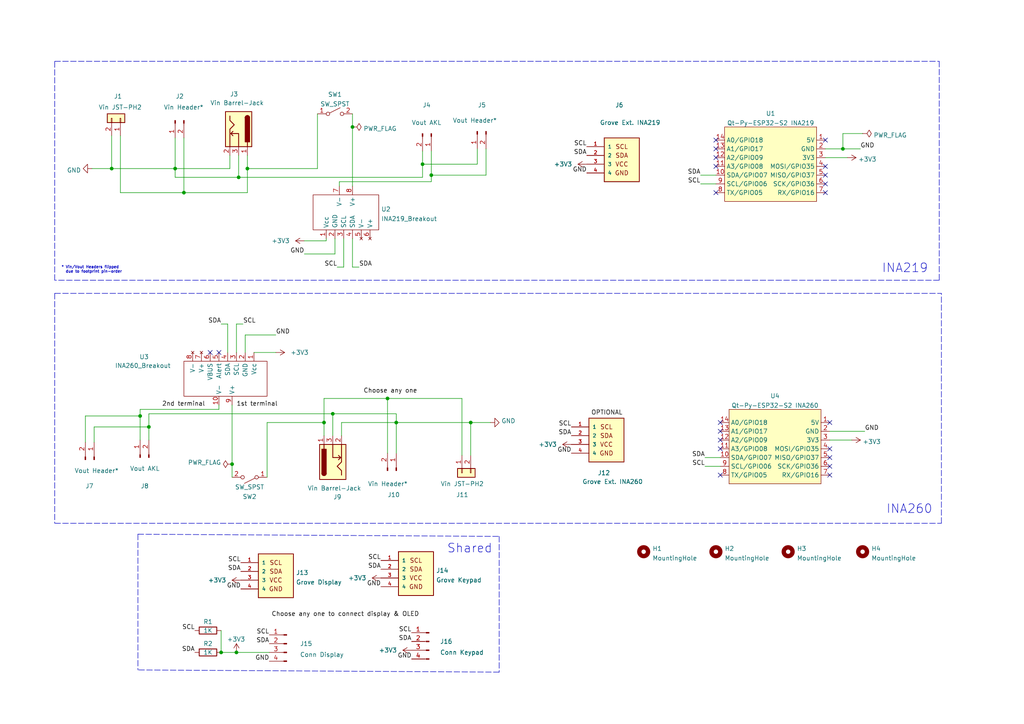
<source format=kicad_sch>
(kicad_sch
	(version 20250114)
	(generator "eeschema")
	(generator_version "9.0")
	(uuid "e63e39d7-6ac0-4ffd-8aa3-1841a4541b55")
	(paper "A4")
	(title_block
		(title "cp-vameter")
		(date "2025-07-08")
		(rev "1.2")
		(company "Mihir Sharma")
	)
	(lib_symbols
		(symbol "Connector:Barrel_Jack_Switch"
			(pin_names
				(hide yes)
			)
			(exclude_from_sim no)
			(in_bom yes)
			(on_board yes)
			(property "Reference" "J"
				(at 0 5.334 0)
				(effects
					(font
						(size 1.27 1.27)
					)
				)
			)
			(property "Value" "Barrel_Jack_Switch"
				(at 0 -5.08 0)
				(effects
					(font
						(size 1.27 1.27)
					)
				)
			)
			(property "Footprint" ""
				(at 1.27 -1.016 0)
				(effects
					(font
						(size 1.27 1.27)
					)
					(hide yes)
				)
			)
			(property "Datasheet" "~"
				(at 1.27 -1.016 0)
				(effects
					(font
						(size 1.27 1.27)
					)
					(hide yes)
				)
			)
			(property "Description" "DC Barrel Jack with an internal switch"
				(at 0 0 0)
				(effects
					(font
						(size 1.27 1.27)
					)
					(hide yes)
				)
			)
			(property "ki_keywords" "DC power barrel jack connector"
				(at 0 0 0)
				(effects
					(font
						(size 1.27 1.27)
					)
					(hide yes)
				)
			)
			(property "ki_fp_filters" "BarrelJack*"
				(at 0 0 0)
				(effects
					(font
						(size 1.27 1.27)
					)
					(hide yes)
				)
			)
			(symbol "Barrel_Jack_Switch_0_1"
				(rectangle
					(start -5.08 3.81)
					(end 5.08 -3.81)
					(stroke
						(width 0.254)
						(type default)
					)
					(fill
						(type background)
					)
				)
				(polyline
					(pts
						(xy -3.81 -2.54) (xy -2.54 -2.54) (xy -1.27 -1.27) (xy 0 -2.54) (xy 2.54 -2.54) (xy 5.08 -2.54)
					)
					(stroke
						(width 0.254)
						(type default)
					)
					(fill
						(type none)
					)
				)
				(arc
					(start -3.302 1.905)
					(mid -3.9342 2.54)
					(end -3.302 3.175)
					(stroke
						(width 0.254)
						(type default)
					)
					(fill
						(type none)
					)
				)
				(arc
					(start -3.302 1.905)
					(mid -3.9342 2.54)
					(end -3.302 3.175)
					(stroke
						(width 0.254)
						(type default)
					)
					(fill
						(type outline)
					)
				)
				(polyline
					(pts
						(xy 1.27 -2.286) (xy 1.905 -1.651)
					)
					(stroke
						(width 0.254)
						(type default)
					)
					(fill
						(type none)
					)
				)
				(rectangle
					(start 3.683 3.175)
					(end -3.302 1.905)
					(stroke
						(width 0.254)
						(type default)
					)
					(fill
						(type outline)
					)
				)
				(polyline
					(pts
						(xy 5.08 2.54) (xy 3.81 2.54)
					)
					(stroke
						(width 0.254)
						(type default)
					)
					(fill
						(type none)
					)
				)
				(polyline
					(pts
						(xy 5.08 0) (xy 1.27 0) (xy 1.27 -2.286) (xy 0.635 -1.651)
					)
					(stroke
						(width 0.254)
						(type default)
					)
					(fill
						(type none)
					)
				)
			)
			(symbol "Barrel_Jack_Switch_1_1"
				(pin passive line
					(at 7.62 2.54 180)
					(length 2.54)
					(name "~"
						(effects
							(font
								(size 1.27 1.27)
							)
						)
					)
					(number "1"
						(effects
							(font
								(size 1.27 1.27)
							)
						)
					)
				)
				(pin passive line
					(at 7.62 0 180)
					(length 2.54)
					(name "~"
						(effects
							(font
								(size 1.27 1.27)
							)
						)
					)
					(number "3"
						(effects
							(font
								(size 1.27 1.27)
							)
						)
					)
				)
				(pin passive line
					(at 7.62 -2.54 180)
					(length 2.54)
					(name "~"
						(effects
							(font
								(size 1.27 1.27)
							)
						)
					)
					(number "2"
						(effects
							(font
								(size 1.27 1.27)
							)
						)
					)
				)
			)
			(embedded_fonts no)
		)
		(symbol "Connector:Conn_01x02_Male"
			(pin_names
				(offset 1.016)
				(hide yes)
			)
			(exclude_from_sim no)
			(in_bom yes)
			(on_board yes)
			(property "Reference" "J"
				(at 0 2.54 0)
				(effects
					(font
						(size 1.27 1.27)
					)
				)
			)
			(property "Value" "Conn_01x02_Male"
				(at 0 -5.08 0)
				(effects
					(font
						(size 1.27 1.27)
					)
				)
			)
			(property "Footprint" ""
				(at 0 0 0)
				(effects
					(font
						(size 1.27 1.27)
					)
					(hide yes)
				)
			)
			(property "Datasheet" "~"
				(at 0 0 0)
				(effects
					(font
						(size 1.27 1.27)
					)
					(hide yes)
				)
			)
			(property "Description" "Generic connector, single row, 01x02, script generated (kicad-library-utils/schlib/autogen/connector/)"
				(at 0 0 0)
				(effects
					(font
						(size 1.27 1.27)
					)
					(hide yes)
				)
			)
			(property "ki_keywords" "connector"
				(at 0 0 0)
				(effects
					(font
						(size 1.27 1.27)
					)
					(hide yes)
				)
			)
			(property "ki_fp_filters" "Connector*:*_1x??_*"
				(at 0 0 0)
				(effects
					(font
						(size 1.27 1.27)
					)
					(hide yes)
				)
			)
			(symbol "Conn_01x02_Male_1_1"
				(rectangle
					(start 0.8636 0.127)
					(end 0 -0.127)
					(stroke
						(width 0.1524)
						(type default)
					)
					(fill
						(type outline)
					)
				)
				(rectangle
					(start 0.8636 -2.413)
					(end 0 -2.667)
					(stroke
						(width 0.1524)
						(type default)
					)
					(fill
						(type outline)
					)
				)
				(polyline
					(pts
						(xy 1.27 0) (xy 0.8636 0)
					)
					(stroke
						(width 0.1524)
						(type default)
					)
					(fill
						(type none)
					)
				)
				(polyline
					(pts
						(xy 1.27 -2.54) (xy 0.8636 -2.54)
					)
					(stroke
						(width 0.1524)
						(type default)
					)
					(fill
						(type none)
					)
				)
				(pin passive line
					(at 5.08 0 180)
					(length 3.81)
					(name "Pin_1"
						(effects
							(font
								(size 1.27 1.27)
							)
						)
					)
					(number "1"
						(effects
							(font
								(size 1.27 1.27)
							)
						)
					)
				)
				(pin passive line
					(at 5.08 -2.54 180)
					(length 3.81)
					(name "Pin_2"
						(effects
							(font
								(size 1.27 1.27)
							)
						)
					)
					(number "2"
						(effects
							(font
								(size 1.27 1.27)
							)
						)
					)
				)
			)
			(embedded_fonts no)
		)
		(symbol "Connector:Conn_01x04_Male"
			(pin_names
				(offset 1.016)
				(hide yes)
			)
			(exclude_from_sim no)
			(in_bom yes)
			(on_board yes)
			(property "Reference" "J"
				(at 0 5.08 0)
				(effects
					(font
						(size 1.27 1.27)
					)
				)
			)
			(property "Value" "Conn_01x04_Male"
				(at 0 -7.62 0)
				(effects
					(font
						(size 1.27 1.27)
					)
				)
			)
			(property "Footprint" ""
				(at 0 0 0)
				(effects
					(font
						(size 1.27 1.27)
					)
					(hide yes)
				)
			)
			(property "Datasheet" "~"
				(at 0 0 0)
				(effects
					(font
						(size 1.27 1.27)
					)
					(hide yes)
				)
			)
			(property "Description" "Generic connector, single row, 01x04, script generated (kicad-library-utils/schlib/autogen/connector/)"
				(at 0 0 0)
				(effects
					(font
						(size 1.27 1.27)
					)
					(hide yes)
				)
			)
			(property "ki_keywords" "connector"
				(at 0 0 0)
				(effects
					(font
						(size 1.27 1.27)
					)
					(hide yes)
				)
			)
			(property "ki_fp_filters" "Connector*:*_1x??_*"
				(at 0 0 0)
				(effects
					(font
						(size 1.27 1.27)
					)
					(hide yes)
				)
			)
			(symbol "Conn_01x04_Male_1_1"
				(rectangle
					(start 0.8636 2.667)
					(end 0 2.413)
					(stroke
						(width 0.1524)
						(type default)
					)
					(fill
						(type outline)
					)
				)
				(rectangle
					(start 0.8636 0.127)
					(end 0 -0.127)
					(stroke
						(width 0.1524)
						(type default)
					)
					(fill
						(type outline)
					)
				)
				(rectangle
					(start 0.8636 -2.413)
					(end 0 -2.667)
					(stroke
						(width 0.1524)
						(type default)
					)
					(fill
						(type outline)
					)
				)
				(rectangle
					(start 0.8636 -4.953)
					(end 0 -5.207)
					(stroke
						(width 0.1524)
						(type default)
					)
					(fill
						(type outline)
					)
				)
				(polyline
					(pts
						(xy 1.27 2.54) (xy 0.8636 2.54)
					)
					(stroke
						(width 0.1524)
						(type default)
					)
					(fill
						(type none)
					)
				)
				(polyline
					(pts
						(xy 1.27 0) (xy 0.8636 0)
					)
					(stroke
						(width 0.1524)
						(type default)
					)
					(fill
						(type none)
					)
				)
				(polyline
					(pts
						(xy 1.27 -2.54) (xy 0.8636 -2.54)
					)
					(stroke
						(width 0.1524)
						(type default)
					)
					(fill
						(type none)
					)
				)
				(polyline
					(pts
						(xy 1.27 -5.08) (xy 0.8636 -5.08)
					)
					(stroke
						(width 0.1524)
						(type default)
					)
					(fill
						(type none)
					)
				)
				(pin passive line
					(at 5.08 2.54 180)
					(length 3.81)
					(name "Pin_1"
						(effects
							(font
								(size 1.27 1.27)
							)
						)
					)
					(number "1"
						(effects
							(font
								(size 1.27 1.27)
							)
						)
					)
				)
				(pin passive line
					(at 5.08 0 180)
					(length 3.81)
					(name "Pin_2"
						(effects
							(font
								(size 1.27 1.27)
							)
						)
					)
					(number "2"
						(effects
							(font
								(size 1.27 1.27)
							)
						)
					)
				)
				(pin passive line
					(at 5.08 -2.54 180)
					(length 3.81)
					(name "Pin_3"
						(effects
							(font
								(size 1.27 1.27)
							)
						)
					)
					(number "3"
						(effects
							(font
								(size 1.27 1.27)
							)
						)
					)
				)
				(pin passive line
					(at 5.08 -5.08 180)
					(length 3.81)
					(name "Pin_4"
						(effects
							(font
								(size 1.27 1.27)
							)
						)
					)
					(number "4"
						(effects
							(font
								(size 1.27 1.27)
							)
						)
					)
				)
			)
			(embedded_fonts no)
		)
		(symbol "Connector_Generic:Conn_01x02"
			(pin_names
				(offset 1.016)
				(hide yes)
			)
			(exclude_from_sim no)
			(in_bom yes)
			(on_board yes)
			(property "Reference" "J"
				(at 0 2.54 0)
				(effects
					(font
						(size 1.27 1.27)
					)
				)
			)
			(property "Value" "Conn_01x02"
				(at 0 -5.08 0)
				(effects
					(font
						(size 1.27 1.27)
					)
				)
			)
			(property "Footprint" ""
				(at 0 0 0)
				(effects
					(font
						(size 1.27 1.27)
					)
					(hide yes)
				)
			)
			(property "Datasheet" "~"
				(at 0 0 0)
				(effects
					(font
						(size 1.27 1.27)
					)
					(hide yes)
				)
			)
			(property "Description" "Generic connector, single row, 01x02, script generated (kicad-library-utils/schlib/autogen/connector/)"
				(at 0 0 0)
				(effects
					(font
						(size 1.27 1.27)
					)
					(hide yes)
				)
			)
			(property "ki_keywords" "connector"
				(at 0 0 0)
				(effects
					(font
						(size 1.27 1.27)
					)
					(hide yes)
				)
			)
			(property "ki_fp_filters" "Connector*:*_1x??_*"
				(at 0 0 0)
				(effects
					(font
						(size 1.27 1.27)
					)
					(hide yes)
				)
			)
			(symbol "Conn_01x02_1_1"
				(rectangle
					(start -1.27 1.27)
					(end 1.27 -3.81)
					(stroke
						(width 0.254)
						(type default)
					)
					(fill
						(type background)
					)
				)
				(rectangle
					(start -1.27 0.127)
					(end 0 -0.127)
					(stroke
						(width 0.1524)
						(type default)
					)
					(fill
						(type none)
					)
				)
				(rectangle
					(start -1.27 -2.413)
					(end 0 -2.667)
					(stroke
						(width 0.1524)
						(type default)
					)
					(fill
						(type none)
					)
				)
				(pin passive line
					(at -5.08 0 0)
					(length 3.81)
					(name "Pin_1"
						(effects
							(font
								(size 1.27 1.27)
							)
						)
					)
					(number "1"
						(effects
							(font
								(size 1.27 1.27)
							)
						)
					)
				)
				(pin passive line
					(at -5.08 -2.54 0)
					(length 3.81)
					(name "Pin_2"
						(effects
							(font
								(size 1.27 1.27)
							)
						)
					)
					(number "2"
						(effects
							(font
								(size 1.27 1.27)
							)
						)
					)
				)
			)
			(embedded_fonts no)
		)
		(symbol "Device:R"
			(pin_numbers
				(hide yes)
			)
			(pin_names
				(offset 0)
			)
			(exclude_from_sim no)
			(in_bom yes)
			(on_board yes)
			(property "Reference" "R"
				(at 2.032 0 90)
				(effects
					(font
						(size 1.27 1.27)
					)
				)
			)
			(property "Value" "R"
				(at 0 0 90)
				(effects
					(font
						(size 1.27 1.27)
					)
				)
			)
			(property "Footprint" ""
				(at -1.778 0 90)
				(effects
					(font
						(size 1.27 1.27)
					)
					(hide yes)
				)
			)
			(property "Datasheet" "~"
				(at 0 0 0)
				(effects
					(font
						(size 1.27 1.27)
					)
					(hide yes)
				)
			)
			(property "Description" "Resistor"
				(at 0 0 0)
				(effects
					(font
						(size 1.27 1.27)
					)
					(hide yes)
				)
			)
			(property "ki_keywords" "R res resistor"
				(at 0 0 0)
				(effects
					(font
						(size 1.27 1.27)
					)
					(hide yes)
				)
			)
			(property "ki_fp_filters" "R_*"
				(at 0 0 0)
				(effects
					(font
						(size 1.27 1.27)
					)
					(hide yes)
				)
			)
			(symbol "R_0_1"
				(rectangle
					(start -1.016 -2.54)
					(end 1.016 2.54)
					(stroke
						(width 0.254)
						(type default)
					)
					(fill
						(type none)
					)
				)
			)
			(symbol "R_1_1"
				(pin passive line
					(at 0 3.81 270)
					(length 1.27)
					(name "~"
						(effects
							(font
								(size 1.27 1.27)
							)
						)
					)
					(number "1"
						(effects
							(font
								(size 1.27 1.27)
							)
						)
					)
				)
				(pin passive line
					(at 0 -3.81 90)
					(length 1.27)
					(name "~"
						(effects
							(font
								(size 1.27 1.27)
							)
						)
					)
					(number "2"
						(effects
							(font
								(size 1.27 1.27)
							)
						)
					)
				)
			)
			(embedded_fonts no)
		)
		(symbol "Mechanical:MountingHole"
			(pin_names
				(offset 1.016)
			)
			(exclude_from_sim no)
			(in_bom yes)
			(on_board yes)
			(property "Reference" "H"
				(at 0 5.08 0)
				(effects
					(font
						(size 1.27 1.27)
					)
				)
			)
			(property "Value" "MountingHole"
				(at 0 3.175 0)
				(effects
					(font
						(size 1.27 1.27)
					)
				)
			)
			(property "Footprint" ""
				(at 0 0 0)
				(effects
					(font
						(size 1.27 1.27)
					)
					(hide yes)
				)
			)
			(property "Datasheet" "~"
				(at 0 0 0)
				(effects
					(font
						(size 1.27 1.27)
					)
					(hide yes)
				)
			)
			(property "Description" "Mounting Hole without connection"
				(at 0 0 0)
				(effects
					(font
						(size 1.27 1.27)
					)
					(hide yes)
				)
			)
			(property "ki_keywords" "mounting hole"
				(at 0 0 0)
				(effects
					(font
						(size 1.27 1.27)
					)
					(hide yes)
				)
			)
			(property "ki_fp_filters" "MountingHole*"
				(at 0 0 0)
				(effects
					(font
						(size 1.27 1.27)
					)
					(hide yes)
				)
			)
			(symbol "MountingHole_0_1"
				(circle
					(center 0 0)
					(radius 1.27)
					(stroke
						(width 1.27)
						(type default)
					)
					(fill
						(type none)
					)
				)
			)
			(embedded_fonts no)
		)
		(symbol "Switch:SW_SPST"
			(pin_names
				(offset 0)
				(hide yes)
			)
			(exclude_from_sim no)
			(in_bom yes)
			(on_board yes)
			(property "Reference" "SW"
				(at 0 3.175 0)
				(effects
					(font
						(size 1.27 1.27)
					)
				)
			)
			(property "Value" "SW_SPST"
				(at 0 -2.54 0)
				(effects
					(font
						(size 1.27 1.27)
					)
				)
			)
			(property "Footprint" ""
				(at 0 0 0)
				(effects
					(font
						(size 1.27 1.27)
					)
					(hide yes)
				)
			)
			(property "Datasheet" "~"
				(at 0 0 0)
				(effects
					(font
						(size 1.27 1.27)
					)
					(hide yes)
				)
			)
			(property "Description" "Single Pole Single Throw (SPST) switch"
				(at 0 0 0)
				(effects
					(font
						(size 1.27 1.27)
					)
					(hide yes)
				)
			)
			(property "ki_keywords" "switch lever"
				(at 0 0 0)
				(effects
					(font
						(size 1.27 1.27)
					)
					(hide yes)
				)
			)
			(symbol "SW_SPST_0_0"
				(circle
					(center -2.032 0)
					(radius 0.508)
					(stroke
						(width 0)
						(type default)
					)
					(fill
						(type none)
					)
				)
				(polyline
					(pts
						(xy -1.524 0.254) (xy 1.524 1.778)
					)
					(stroke
						(width 0)
						(type default)
					)
					(fill
						(type none)
					)
				)
				(circle
					(center 2.032 0)
					(radius 0.508)
					(stroke
						(width 0)
						(type default)
					)
					(fill
						(type none)
					)
				)
			)
			(symbol "SW_SPST_1_1"
				(pin passive line
					(at -5.08 0 0)
					(length 2.54)
					(name "A"
						(effects
							(font
								(size 1.27 1.27)
							)
						)
					)
					(number "1"
						(effects
							(font
								(size 1.27 1.27)
							)
						)
					)
				)
				(pin passive line
					(at 5.08 0 180)
					(length 2.54)
					(name "B"
						(effects
							(font
								(size 1.27 1.27)
							)
						)
					)
					(number "2"
						(effects
							(font
								(size 1.27 1.27)
							)
						)
					)
				)
			)
			(embedded_fonts no)
		)
		(symbol "power:+3V3"
			(power)
			(pin_names
				(offset 0)
			)
			(exclude_from_sim no)
			(in_bom yes)
			(on_board yes)
			(property "Reference" "#PWR"
				(at 0 -3.81 0)
				(effects
					(font
						(size 1.27 1.27)
					)
					(hide yes)
				)
			)
			(property "Value" "+3V3"
				(at 0 3.556 0)
				(effects
					(font
						(size 1.27 1.27)
					)
				)
			)
			(property "Footprint" ""
				(at 0 0 0)
				(effects
					(font
						(size 1.27 1.27)
					)
					(hide yes)
				)
			)
			(property "Datasheet" ""
				(at 0 0 0)
				(effects
					(font
						(size 1.27 1.27)
					)
					(hide yes)
				)
			)
			(property "Description" "Power symbol creates a global label with name \"+3V3\""
				(at 0 0 0)
				(effects
					(font
						(size 1.27 1.27)
					)
					(hide yes)
				)
			)
			(property "ki_keywords" "power-flag"
				(at 0 0 0)
				(effects
					(font
						(size 1.27 1.27)
					)
					(hide yes)
				)
			)
			(symbol "+3V3_0_1"
				(polyline
					(pts
						(xy -0.762 1.27) (xy 0 2.54)
					)
					(stroke
						(width 0)
						(type default)
					)
					(fill
						(type none)
					)
				)
				(polyline
					(pts
						(xy 0 2.54) (xy 0.762 1.27)
					)
					(stroke
						(width 0)
						(type default)
					)
					(fill
						(type none)
					)
				)
				(polyline
					(pts
						(xy 0 0) (xy 0 2.54)
					)
					(stroke
						(width 0)
						(type default)
					)
					(fill
						(type none)
					)
				)
			)
			(symbol "+3V3_1_1"
				(pin power_in line
					(at 0 0 90)
					(length 0)
					(hide yes)
					(name "+3V3"
						(effects
							(font
								(size 1.27 1.27)
							)
						)
					)
					(number "1"
						(effects
							(font
								(size 1.27 1.27)
							)
						)
					)
				)
			)
			(embedded_fonts no)
		)
		(symbol "power:GND"
			(power)
			(pin_names
				(offset 0)
			)
			(exclude_from_sim no)
			(in_bom yes)
			(on_board yes)
			(property "Reference" "#PWR"
				(at 0 -6.35 0)
				(effects
					(font
						(size 1.27 1.27)
					)
					(hide yes)
				)
			)
			(property "Value" "GND"
				(at 0 -3.81 0)
				(effects
					(font
						(size 1.27 1.27)
					)
				)
			)
			(property "Footprint" ""
				(at 0 0 0)
				(effects
					(font
						(size 1.27 1.27)
					)
					(hide yes)
				)
			)
			(property "Datasheet" ""
				(at 0 0 0)
				(effects
					(font
						(size 1.27 1.27)
					)
					(hide yes)
				)
			)
			(property "Description" "Power symbol creates a global label with name \"GND\" , ground"
				(at 0 0 0)
				(effects
					(font
						(size 1.27 1.27)
					)
					(hide yes)
				)
			)
			(property "ki_keywords" "power-flag"
				(at 0 0 0)
				(effects
					(font
						(size 1.27 1.27)
					)
					(hide yes)
				)
			)
			(symbol "GND_0_1"
				(polyline
					(pts
						(xy 0 0) (xy 0 -1.27) (xy 1.27 -1.27) (xy 0 -2.54) (xy -1.27 -1.27) (xy 0 -1.27)
					)
					(stroke
						(width 0)
						(type default)
					)
					(fill
						(type none)
					)
				)
			)
			(symbol "GND_1_1"
				(pin power_in line
					(at 0 0 270)
					(length 0)
					(hide yes)
					(name "GND"
						(effects
							(font
								(size 1.27 1.27)
							)
						)
					)
					(number "1"
						(effects
							(font
								(size 1.27 1.27)
							)
						)
					)
				)
			)
			(embedded_fonts no)
		)
		(symbol "power:PWR_FLAG"
			(power)
			(pin_numbers
				(hide yes)
			)
			(pin_names
				(offset 0)
				(hide yes)
			)
			(exclude_from_sim no)
			(in_bom yes)
			(on_board yes)
			(property "Reference" "#FLG"
				(at 0 1.905 0)
				(effects
					(font
						(size 1.27 1.27)
					)
					(hide yes)
				)
			)
			(property "Value" "PWR_FLAG"
				(at 0 3.81 0)
				(effects
					(font
						(size 1.27 1.27)
					)
				)
			)
			(property "Footprint" ""
				(at 0 0 0)
				(effects
					(font
						(size 1.27 1.27)
					)
					(hide yes)
				)
			)
			(property "Datasheet" "~"
				(at 0 0 0)
				(effects
					(font
						(size 1.27 1.27)
					)
					(hide yes)
				)
			)
			(property "Description" "Special symbol for telling ERC where power comes from"
				(at 0 0 0)
				(effects
					(font
						(size 1.27 1.27)
					)
					(hide yes)
				)
			)
			(property "ki_keywords" "power-flag"
				(at 0 0 0)
				(effects
					(font
						(size 1.27 1.27)
					)
					(hide yes)
				)
			)
			(symbol "PWR_FLAG_0_0"
				(pin power_out line
					(at 0 0 90)
					(length 0)
					(name "pwr"
						(effects
							(font
								(size 1.27 1.27)
							)
						)
					)
					(number "1"
						(effects
							(font
								(size 1.27 1.27)
							)
						)
					)
				)
			)
			(symbol "PWR_FLAG_0_1"
				(polyline
					(pts
						(xy 0 0) (xy 0 1.27) (xy -1.016 1.905) (xy 0 2.54) (xy 1.016 1.905) (xy 0 1.27)
					)
					(stroke
						(width 0)
						(type default)
					)
					(fill
						(type none)
					)
				)
			)
			(embedded_fonts no)
		)
		(symbol "user:Grove"
			(pin_names
				(offset 1.016)
			)
			(exclude_from_sim no)
			(in_bom yes)
			(on_board yes)
			(property "Reference" "J"
				(at -5.08 5.842 0)
				(effects
					(font
						(size 1.27 1.27)
					)
					(justify left bottom)
				)
			)
			(property "Value" "Grove"
				(at 3.81 -3.81 90)
				(effects
					(font
						(size 1.27 1.27)
					)
					(justify left bottom)
				)
			)
			(property "Footprint" "user:grove_vertical"
				(at -6.35 8.89 0)
				(effects
					(font
						(size 1.27 1.27)
					)
					(justify left bottom)
					(hide yes)
				)
			)
			(property "Datasheet" ""
				(at 10.16 0 0)
				(effects
					(font
						(size 1.27 1.27)
					)
					(justify left bottom)
					(hide yes)
				)
			)
			(property "Description" "Grove Connector vertical"
				(at 0 0 0)
				(effects
					(font
						(size 1.27 1.27)
					)
					(hide yes)
				)
			)
			(property "MANUFACTURER" "Seeed Technology"
				(at -5.08 -11.43 0)
				(effects
					(font
						(size 1.27 1.27)
					)
					(justify left bottom)
					(hide yes)
				)
			)
			(property "ki_keywords" "Connector"
				(at 0 0 0)
				(effects
					(font
						(size 1.27 1.27)
					)
					(hide yes)
				)
			)
			(symbol "Grove_0_0"
				(rectangle
					(start -5.08 -7.62)
					(end 5.08 5.08)
					(stroke
						(width 0.254)
						(type default)
					)
					(fill
						(type background)
					)
				)
				(text "SCL"
					(at 0 2.54 0)
					(effects
						(font
							(size 1.27 1.27)
						)
					)
				)
				(text "SDA"
					(at 0 0 0)
					(effects
						(font
							(size 1.27 1.27)
						)
					)
				)
				(text "VCC"
					(at 0 -2.54 0)
					(effects
						(font
							(size 1.27 1.27)
						)
					)
				)
				(text "GND"
					(at 0 -5.08 0)
					(effects
						(font
							(size 1.27 1.27)
						)
					)
				)
				(pin passive line
					(at -10.16 2.54 0)
					(length 5.08)
					(name "1"
						(effects
							(font
								(size 1.016 1.016)
							)
						)
					)
					(number "1"
						(effects
							(font
								(size 1.016 1.016)
							)
						)
					)
				)
				(pin passive line
					(at -10.16 0 0)
					(length 5.08)
					(name "2"
						(effects
							(font
								(size 1.016 1.016)
							)
						)
					)
					(number "2"
						(effects
							(font
								(size 1.016 1.016)
							)
						)
					)
				)
				(pin passive line
					(at -10.16 -2.54 0)
					(length 5.08)
					(name "3"
						(effects
							(font
								(size 1.016 1.016)
							)
						)
					)
					(number "3"
						(effects
							(font
								(size 1.016 1.016)
							)
						)
					)
				)
				(pin passive line
					(at -10.16 -5.08 0)
					(length 5.08)
					(name "4"
						(effects
							(font
								(size 1.016 1.016)
							)
						)
					)
					(number "4"
						(effects
							(font
								(size 1.016 1.016)
							)
						)
					)
				)
			)
			(embedded_fonts no)
		)
		(symbol "user:INA219_Breakout"
			(exclude_from_sim no)
			(in_bom yes)
			(on_board yes)
			(property "Reference" "U"
				(at 8.89 5.08 0)
				(effects
					(font
						(size 1.27 1.27)
					)
				)
			)
			(property "Value" "INA219_Breakout"
				(at 8.89 1.27 0)
				(effects
					(font
						(size 1.27 1.27)
					)
				)
			)
			(property "Footprint" "user:INA219-Breakout"
				(at 11.43 -22.86 0)
				(effects
					(font
						(size 1.27 1.27)
					)
					(hide yes)
				)
			)
			(property "Datasheet" ""
				(at 16.51 -17.78 0)
				(effects
					(font
						(size 1.27 1.27)
					)
					(hide yes)
				)
			)
			(property "Description" ""
				(at 0 0 0)
				(effects
					(font
						(size 1.27 1.27)
					)
					(hide yes)
				)
			)
			(symbol "INA219_Breakout_0_0"
				(pin power_in line
					(at 1.27 -10.16 0)
					(length 2.54)
					(name "V+"
						(effects
							(font
								(size 1.27 1.27)
							)
						)
					)
					(number "8"
						(effects
							(font
								(size 1.27 1.27)
							)
						)
					)
				)
				(pin power_out line
					(at 1.27 -13.97 0)
					(length 2.54)
					(name "V-"
						(effects
							(font
								(size 1.27 1.27)
							)
						)
					)
					(number "7"
						(effects
							(font
								(size 1.27 1.27)
							)
						)
					)
				)
				(pin no_connect line
					(at 16.51 -5.08 180)
					(length 2.54)
					(name "V+"
						(effects
							(font
								(size 1.27 1.27)
							)
						)
					)
					(number "6"
						(effects
							(font
								(size 1.27 1.27)
							)
						)
					)
				)
				(pin no_connect line
					(at 16.51 -7.62 180)
					(length 2.54)
					(name "V-"
						(effects
							(font
								(size 1.27 1.27)
							)
						)
					)
					(number "5"
						(effects
							(font
								(size 1.27 1.27)
							)
						)
					)
				)
				(pin bidirectional line
					(at 16.51 -10.16 180)
					(length 2.54)
					(name "SDA"
						(effects
							(font
								(size 1.27 1.27)
							)
						)
					)
					(number "4"
						(effects
							(font
								(size 1.27 1.27)
							)
						)
					)
				)
				(pin input line
					(at 16.51 -12.7 180)
					(length 2.54)
					(name "SCL"
						(effects
							(font
								(size 1.27 1.27)
							)
						)
					)
					(number "3"
						(effects
							(font
								(size 1.27 1.27)
							)
						)
					)
				)
				(pin power_in line
					(at 16.51 -15.24 180)
					(length 2.54)
					(name "GND"
						(effects
							(font
								(size 1.27 1.27)
							)
						)
					)
					(number "2"
						(effects
							(font
								(size 1.27 1.27)
							)
						)
					)
				)
				(pin power_in line
					(at 16.51 -17.78 180)
					(length 2.54)
					(name "Vcc"
						(effects
							(font
								(size 1.27 1.27)
							)
						)
					)
					(number "1"
						(effects
							(font
								(size 1.27 1.27)
							)
						)
					)
				)
			)
			(symbol "INA219_Breakout_0_1"
				(rectangle
					(start 13.97 -2.54)
					(end 3.81 -21.59)
					(stroke
						(width 0.1524)
						(type default)
					)
					(fill
						(type none)
					)
				)
			)
			(embedded_fonts no)
		)
		(symbol "user:INA260_Breakout"
			(exclude_from_sim no)
			(in_bom yes)
			(on_board yes)
			(property "Reference" "U"
				(at 8.89 7.62 0)
				(effects
					(font
						(size 1.27 1.27)
					)
				)
			)
			(property "Value" "INA260_Breakout"
				(at 8.89 5.08 0)
				(effects
					(font
						(size 1.27 1.27)
					)
				)
			)
			(property "Footprint" "user:INA260-Breakout"
				(at 11.43 -22.86 0)
				(effects
					(font
						(size 1.27 1.27)
					)
					(hide yes)
				)
			)
			(property "Datasheet" ""
				(at 16.51 -17.78 0)
				(effects
					(font
						(size 1.27 1.27)
					)
					(hide yes)
				)
			)
			(property "Description" ""
				(at 0 0 0)
				(effects
					(font
						(size 1.27 1.27)
					)
					(hide yes)
				)
			)
			(symbol "INA260_Breakout_0_0"
				(pin power_out line
					(at 1.27 -7.62 0)
					(length 2.54)
					(name "V-"
						(effects
							(font
								(size 1.27 1.27)
							)
						)
					)
					(number "10"
						(effects
							(font
								(size 1.27 1.27)
							)
						)
					)
				)
				(pin power_in line
					(at 1.27 -11.43 0)
					(length 2.54)
					(name "V+"
						(effects
							(font
								(size 1.27 1.27)
							)
						)
					)
					(number "9"
						(effects
							(font
								(size 1.27 1.27)
							)
						)
					)
				)
				(pin no_connect line
					(at 16.51 0 180)
					(length 2.54)
					(name "V-"
						(effects
							(font
								(size 1.27 1.27)
							)
						)
					)
					(number "8"
						(effects
							(font
								(size 1.27 1.27)
							)
						)
					)
				)
				(pin no_connect line
					(at 16.51 -2.54 180)
					(length 2.54)
					(name "V+"
						(effects
							(font
								(size 1.27 1.27)
							)
						)
					)
					(number "7"
						(effects
							(font
								(size 1.27 1.27)
							)
						)
					)
				)
				(pin power_in line
					(at 16.51 -5.08 180)
					(length 2.54)
					(name "VBUS"
						(effects
							(font
								(size 1.27 1.27)
							)
						)
					)
					(number "6"
						(effects
							(font
								(size 1.27 1.27)
							)
						)
					)
				)
				(pin output line
					(at 16.51 -7.62 180)
					(length 2.54)
					(name "Alert"
						(effects
							(font
								(size 1.27 1.27)
							)
						)
					)
					(number "5"
						(effects
							(font
								(size 1.27 1.27)
							)
						)
					)
				)
				(pin bidirectional line
					(at 16.51 -10.16 180)
					(length 2.54)
					(name "SDA"
						(effects
							(font
								(size 1.27 1.27)
							)
						)
					)
					(number "4"
						(effects
							(font
								(size 1.27 1.27)
							)
						)
					)
				)
				(pin input line
					(at 16.51 -12.7 180)
					(length 2.54)
					(name "SCL"
						(effects
							(font
								(size 1.27 1.27)
							)
						)
					)
					(number "3"
						(effects
							(font
								(size 1.27 1.27)
							)
						)
					)
				)
				(pin power_in line
					(at 16.51 -15.24 180)
					(length 2.54)
					(name "GND"
						(effects
							(font
								(size 1.27 1.27)
							)
						)
					)
					(number "2"
						(effects
							(font
								(size 1.27 1.27)
							)
						)
					)
				)
				(pin power_in line
					(at 16.51 -17.78 180)
					(length 2.54)
					(name "Vcc"
						(effects
							(font
								(size 1.27 1.27)
							)
						)
					)
					(number "1"
						(effects
							(font
								(size 1.27 1.27)
							)
						)
					)
				)
			)
			(symbol "INA260_Breakout_0_1"
				(rectangle
					(start 3.81 2.54)
					(end 13.97 -21.59)
					(stroke
						(width 0.1524)
						(type default)
					)
					(fill
						(type none)
					)
				)
			)
			(embedded_fonts no)
		)
		(symbol "user:Qt-Py-ESP32-S2"
			(exclude_from_sim no)
			(in_bom yes)
			(on_board yes)
			(property "Reference" "U"
				(at 0 7.62 0)
				(effects
					(font
						(size 1.27 1.27)
					)
				)
			)
			(property "Value" "Qt-Py-ESP32-S2"
				(at 0 5.08 0)
				(effects
					(font
						(size 1.27 1.27)
					)
				)
			)
			(property "Footprint" "user:Qt-Py_ESP32-S2"
				(at 0 -22.86 0)
				(effects
					(font
						(size 1.27 1.27)
					)
					(hide yes)
				)
			)
			(property "Datasheet" ""
				(at 15.24 -2.54 0)
				(effects
					(font
						(size 1.27 1.27)
					)
					(hide yes)
				)
			)
			(property "Description" ""
				(at 0 0 0)
				(effects
					(font
						(size 1.27 1.27)
					)
					(hide yes)
				)
			)
			(symbol "Qt-Py-ESP32-S2_0_0"
				(pin bidirectional line
					(at -16.51 -2.54 0)
					(length 2.54)
					(name "A0/GPIO18"
						(effects
							(font
								(size 1.27 1.27)
							)
						)
					)
					(number "14"
						(effects
							(font
								(size 1.27 1.27)
							)
						)
					)
				)
				(pin bidirectional line
					(at -16.51 -5.08 0)
					(length 2.54)
					(name "A1/GPIO17"
						(effects
							(font
								(size 1.27 1.27)
							)
						)
					)
					(number "13"
						(effects
							(font
								(size 1.27 1.27)
							)
						)
					)
				)
				(pin bidirectional line
					(at -16.51 -7.62 0)
					(length 2.54)
					(name "A2/GPIO09"
						(effects
							(font
								(size 1.27 1.27)
							)
						)
					)
					(number "12"
						(effects
							(font
								(size 1.27 1.27)
							)
						)
					)
				)
				(pin bidirectional line
					(at -16.51 -10.16 0)
					(length 2.54)
					(name "A3/GPIO08"
						(effects
							(font
								(size 1.27 1.27)
							)
						)
					)
					(number "11"
						(effects
							(font
								(size 1.27 1.27)
							)
						)
					)
				)
				(pin bidirectional line
					(at -16.51 -12.7 0)
					(length 2.54)
					(name "SDA/GPIO07"
						(effects
							(font
								(size 1.27 1.27)
							)
						)
					)
					(number "10"
						(effects
							(font
								(size 1.27 1.27)
							)
						)
					)
				)
				(pin bidirectional line
					(at -16.51 -15.24 0)
					(length 2.54)
					(name "SCL/GPIO06"
						(effects
							(font
								(size 1.27 1.27)
							)
						)
					)
					(number "9"
						(effects
							(font
								(size 1.27 1.27)
							)
						)
					)
				)
				(pin bidirectional line
					(at -16.51 -17.78 0)
					(length 2.54)
					(name "TX/GPIO05"
						(effects
							(font
								(size 1.27 1.27)
							)
						)
					)
					(number "8"
						(effects
							(font
								(size 1.27 1.27)
							)
						)
					)
				)
				(pin power_out line
					(at 15.24 -2.54 180)
					(length 2.54)
					(name "5V"
						(effects
							(font
								(size 1.27 1.27)
							)
						)
					)
					(number "1"
						(effects
							(font
								(size 1.27 1.27)
							)
						)
					)
				)
				(pin power_in line
					(at 15.24 -5.08 180)
					(length 2.54)
					(name "GND"
						(effects
							(font
								(size 1.27 1.27)
							)
						)
					)
					(number "2"
						(effects
							(font
								(size 1.27 1.27)
							)
						)
					)
				)
				(pin power_out line
					(at 15.24 -7.62 180)
					(length 2.54)
					(name "3V3"
						(effects
							(font
								(size 1.27 1.27)
							)
						)
					)
					(number "3"
						(effects
							(font
								(size 1.27 1.27)
							)
						)
					)
				)
				(pin bidirectional line
					(at 15.24 -10.16 180)
					(length 2.54)
					(name "MOSI/GPIO35"
						(effects
							(font
								(size 1.27 1.27)
							)
						)
					)
					(number "4"
						(effects
							(font
								(size 1.27 1.27)
							)
						)
					)
				)
				(pin bidirectional line
					(at 15.24 -12.7 180)
					(length 2.54)
					(name "MISO/GPIO37"
						(effects
							(font
								(size 1.27 1.27)
							)
						)
					)
					(number "5"
						(effects
							(font
								(size 1.27 1.27)
							)
						)
					)
				)
				(pin bidirectional line
					(at 15.24 -15.24 180)
					(length 2.54)
					(name "SCK/GPIO36"
						(effects
							(font
								(size 1.27 1.27)
							)
						)
					)
					(number "6"
						(effects
							(font
								(size 1.27 1.27)
							)
						)
					)
				)
				(pin bidirectional line
					(at 15.24 -17.78 180)
					(length 2.54)
					(name "RX/GPIO16"
						(effects
							(font
								(size 1.27 1.27)
							)
						)
					)
					(number "7"
						(effects
							(font
								(size 1.27 1.27)
							)
						)
					)
				)
			)
			(symbol "Qt-Py-ESP32-S2_0_1"
				(rectangle
					(start 12.7 1.27)
					(end -13.97 -20.32)
					(stroke
						(width 0.1524)
						(type default)
					)
					(fill
						(type background)
					)
				)
			)
			(embedded_fonts no)
		)
	)
	(text "* Vin/Vout Headers flipped\n  due to footprint pin-order"
		(exclude_from_sim no)
		(at 17.78 79.375 0)
		(effects
			(font
				(size 0.8 0.8)
			)
			(justify left bottom)
		)
		(uuid "16b57ba4-054b-41f0-819a-51a68f73b524")
	)
	(text "Shared"
		(exclude_from_sim no)
		(at 142.875 160.655 0)
		(effects
			(font
				(size 2.54 2.54)
			)
			(justify right bottom)
		)
		(uuid "66fd526b-486e-4183-917c-b54e662972b2")
	)
	(text "INA260"
		(exclude_from_sim no)
		(at 270.51 149.225 0)
		(effects
			(font
				(size 2.54 2.54)
			)
			(justify right bottom)
		)
		(uuid "a173523c-29a3-46e9-9559-3b3da11be00e")
	)
	(text "INA219"
		(exclude_from_sim no)
		(at 269.24 79.375 0)
		(effects
			(font
				(size 2.54 2.54)
			)
			(justify right bottom)
		)
		(uuid "acf01712-6454-4b67-9d8d-92102aada9e1")
	)
	(junction
		(at 136.525 122.555)
		(diameter 0)
		(color 0 0 0 0)
		(uuid "0b1abae7-801e-4a8a-add9-5a91e1c0e56a")
	)
	(junction
		(at 125.095 50.8)
		(diameter 0)
		(color 0 0 0 0)
		(uuid "208cd118-e8d3-49d2-b684-e8b3f1a70eb4")
	)
	(junction
		(at 43.18 123.825)
		(diameter 0)
		(color 0 0 0 0)
		(uuid "2509dca9-2b73-48fa-a5e6-42e0aa1795c8")
	)
	(junction
		(at 114.935 122.555)
		(diameter 0)
		(color 0 0 0 0)
		(uuid "4bea1e8b-9544-4409-89e0-09b4812dc760")
	)
	(junction
		(at 67.31 134.62)
		(diameter 0)
		(color 0 0 0 0)
		(uuid "5d6db604-f1ad-4dd9-b364-7aaf7eadb442")
	)
	(junction
		(at 32.385 48.895)
		(diameter 0)
		(color 0 0 0 0)
		(uuid "5ecbd118-e389-4dba-9b7f-f670a5441d57")
	)
	(junction
		(at 64.135 189.23)
		(diameter 0)
		(color 0 0 0 0)
		(uuid "605fd785-f195-461e-a497-3fd9febcdc2e")
	)
	(junction
		(at 122.555 47.625)
		(diameter 0)
		(color 0 0 0 0)
		(uuid "71afea8f-7b10-4a65-91cd-ad37de8eeb42")
	)
	(junction
		(at 53.34 55.88)
		(diameter 0)
		(color 0 0 0 0)
		(uuid "81a63f5e-1f7c-4cf7-a9c8-17b436f30a19")
	)
	(junction
		(at 112.395 115.57)
		(diameter 0)
		(color 0 0 0 0)
		(uuid "86a56fcf-c1bd-4113-9311-47e793803abe")
	)
	(junction
		(at 96.52 120.015)
		(diameter 0)
		(color 0 0 0 0)
		(uuid "8c8a9bc9-f732-45fb-8783-9676cc6e2956")
	)
	(junction
		(at 244.475 43.18)
		(diameter 0)
		(color 0 0 0 0)
		(uuid "b1241192-6af1-4119-912a-87a12314d3c3")
	)
	(junction
		(at 40.64 120.65)
		(diameter 0)
		(color 0 0 0 0)
		(uuid "b55a1673-29e2-4f92-8261-1801a192616c")
	)
	(junction
		(at 102.235 36.83)
		(diameter 0)
		(color 0 0 0 0)
		(uuid "bc4be298-a406-4908-bedf-da9417f99687")
	)
	(junction
		(at 68.58 189.23)
		(diameter 0)
		(color 0 0 0 0)
		(uuid "c3254222-8ff4-428e-b7cc-4af38b42ea21")
	)
	(junction
		(at 71.755 48.895)
		(diameter 0)
		(color 0 0 0 0)
		(uuid "ca8a8ab1-52f8-4378-b2cb-f60eafca035b")
	)
	(junction
		(at 69.215 51.435)
		(diameter 0)
		(color 0 0 0 0)
		(uuid "e0f935bf-8ae1-4181-b156-5066581ad10f")
	)
	(junction
		(at 50.8 48.895)
		(diameter 0)
		(color 0 0 0 0)
		(uuid "e15ca727-c71c-470d-84fb-f2df29bdc697")
	)
	(junction
		(at 93.98 122.555)
		(diameter 0)
		(color 0 0 0 0)
		(uuid "f702840a-60b6-4766-a6b5-18a27317854c")
	)
	(no_connect
		(at 240.665 122.555)
		(uuid "1dcd25d8-8474-4c6a-912f-9234716f4916")
	)
	(no_connect
		(at 208.915 130.175)
		(uuid "20562d13-8d82-4346-ae83-89812bcbc06f")
	)
	(no_connect
		(at 208.915 137.795)
		(uuid "22222e37-5179-4127-8d2e-c0bfdf8f56f3")
	)
	(no_connect
		(at 239.395 40.64)
		(uuid "535e2717-a5fc-441c-8af9-3d43e19de908")
	)
	(no_connect
		(at 239.395 55.88)
		(uuid "535e2717-a5fc-441c-8af9-3d43e19de909")
	)
	(no_connect
		(at 239.395 48.26)
		(uuid "535e2717-a5fc-441c-8af9-3d43e19de90a")
	)
	(no_connect
		(at 239.395 50.8)
		(uuid "535e2717-a5fc-441c-8af9-3d43e19de90b")
	)
	(no_connect
		(at 239.395 53.34)
		(uuid "535e2717-a5fc-441c-8af9-3d43e19de90c")
	)
	(no_connect
		(at 207.645 45.72)
		(uuid "535e2717-a5fc-441c-8af9-3d43e19de90d")
	)
	(no_connect
		(at 207.645 48.26)
		(uuid "535e2717-a5fc-441c-8af9-3d43e19de90e")
	)
	(no_connect
		(at 207.645 40.64)
		(uuid "535e2717-a5fc-441c-8af9-3d43e19de90f")
	)
	(no_connect
		(at 207.645 43.18)
		(uuid "535e2717-a5fc-441c-8af9-3d43e19de910")
	)
	(no_connect
		(at 207.645 55.88)
		(uuid "535e2717-a5fc-441c-8af9-3d43e19de911")
	)
	(no_connect
		(at 240.665 132.715)
		(uuid "5ba331f9-2e8f-4598-a9d7-bbc2f0445581")
	)
	(no_connect
		(at 240.665 135.255)
		(uuid "88a82920-56a9-45e3-8ce1-6497ce860242")
	)
	(no_connect
		(at 60.96 102.235)
		(uuid "8e8dbb87-202a-49e9-bbf6-b8d9361abf54")
	)
	(no_connect
		(at 63.5 102.235)
		(uuid "8e8dbb87-202a-49e9-bbf6-b8d9361abf55")
	)
	(no_connect
		(at 240.665 130.175)
		(uuid "9ac20e32-c73b-4323-9f91-2cafb597d6ea")
	)
	(no_connect
		(at 240.665 137.795)
		(uuid "b9af17f3-f086-47f9-9129-44348bd40e01")
	)
	(no_connect
		(at 208.915 127.635)
		(uuid "baeee75b-10e1-49d5-b30c-f20365405ff8")
	)
	(no_connect
		(at 208.915 125.095)
		(uuid "c32e4550-3265-4de9-8c70-64616cf21b6f")
	)
	(no_connect
		(at 208.915 122.555)
		(uuid "fb0ae926-985f-4335-9241-cb84922f1742")
	)
	(wire
		(pts
			(xy 96.52 120.015) (xy 114.935 120.015)
		)
		(stroke
			(width 0)
			(type default)
		)
		(uuid "007c9269-a186-4438-9be8-cd028e3955bf")
	)
	(polyline
		(pts
			(xy 15.875 17.78) (xy 272.415 17.78)
		)
		(stroke
			(width 0)
			(type dash)
		)
		(uuid "09642b24-6135-4ae9-822c-1f34310a0b84")
	)
	(wire
		(pts
			(xy 204.47 132.715) (xy 208.915 132.715)
		)
		(stroke
			(width 0)
			(type default)
		)
		(uuid "0a54f050-5936-4bf7-9896-d953cc885b82")
	)
	(wire
		(pts
			(xy 50.8 51.435) (xy 69.215 51.435)
		)
		(stroke
			(width 0)
			(type default)
		)
		(uuid "10463b59-7671-47a5-9865-e64069a5471c")
	)
	(wire
		(pts
			(xy 138.43 43.18) (xy 138.43 47.625)
		)
		(stroke
			(width 0)
			(type default)
		)
		(uuid "1122c1b6-fb36-459b-bc30-0b2d90bbb3d4")
	)
	(wire
		(pts
			(xy 140.97 50.8) (xy 125.095 50.8)
		)
		(stroke
			(width 0)
			(type default)
		)
		(uuid "11cfd68c-644e-4850-81b7-a6f38437213e")
	)
	(wire
		(pts
			(xy 114.935 122.555) (xy 99.06 122.555)
		)
		(stroke
			(width 0)
			(type default)
		)
		(uuid "11d1d170-fbbd-49d0-aa12-8c1cf3886f9d")
	)
	(wire
		(pts
			(xy 142.24 122.555) (xy 136.525 122.555)
		)
		(stroke
			(width 0)
			(type default)
		)
		(uuid "151966b6-b035-436c-8ad4-ad2fbf3256a7")
	)
	(wire
		(pts
			(xy 138.43 47.625) (xy 122.555 47.625)
		)
		(stroke
			(width 0)
			(type default)
		)
		(uuid "16db0526-cb59-4a16-a259-3f46f99b23cd")
	)
	(wire
		(pts
			(xy 244.475 43.18) (xy 249.555 43.18)
		)
		(stroke
			(width 0)
			(type default)
		)
		(uuid "173cf606-9363-408d-8f68-a0d9e45ae478")
	)
	(wire
		(pts
			(xy 68.58 93.98) (xy 68.58 102.235)
		)
		(stroke
			(width 0)
			(type default)
		)
		(uuid "213f2b6b-0398-46d2-abca-ac85e2cbfc80")
	)
	(wire
		(pts
			(xy 240.665 125.095) (xy 250.825 125.095)
		)
		(stroke
			(width 0)
			(type default)
		)
		(uuid "2207e2b4-0780-4b89-ab0d-b760ad87e3b2")
	)
	(wire
		(pts
			(xy 64.135 189.23) (xy 68.58 189.23)
		)
		(stroke
			(width 0)
			(type default)
		)
		(uuid "243af84c-9ae7-4ba7-b1f6-6a0b99097aa5")
	)
	(wire
		(pts
			(xy 136.525 132.08) (xy 136.525 122.555)
		)
		(stroke
			(width 0)
			(type default)
		)
		(uuid "27158344-eedc-4ae2-9540-f98e236fca10")
	)
	(polyline
		(pts
			(xy 15.875 81.28) (xy 15.875 17.78)
		)
		(stroke
			(width 0)
			(type dash)
		)
		(uuid "2937dfcc-3a76-4c30-867e-2f0a65172978")
	)
	(wire
		(pts
			(xy 102.235 36.83) (xy 102.235 53.975)
		)
		(stroke
			(width 0)
			(type default)
		)
		(uuid "318b9f45-c13f-464c-94cf-81fb93fde23b")
	)
	(polyline
		(pts
			(xy 144.78 194.945) (xy 40.005 194.31)
		)
		(stroke
			(width 0)
			(type dash)
		)
		(uuid "328547e1-265f-4b71-ae2d-1aa99325e7e2")
	)
	(wire
		(pts
			(xy 239.395 45.72) (xy 245.745 45.72)
		)
		(stroke
			(width 0)
			(type default)
		)
		(uuid "35d67026-e55f-4eb7-af3b-4dfb96d3ef83")
	)
	(wire
		(pts
			(xy 50.8 40.005) (xy 50.8 48.895)
		)
		(stroke
			(width 0)
			(type default)
		)
		(uuid "370fec4a-03f9-4136-8c5c-39c0e3a95002")
	)
	(wire
		(pts
			(xy 71.755 55.88) (xy 53.34 55.88)
		)
		(stroke
			(width 0)
			(type default)
		)
		(uuid "412e871d-4c83-42cb-9fec-9c85827190fd")
	)
	(wire
		(pts
			(xy 71.12 97.155) (xy 80.01 97.155)
		)
		(stroke
			(width 0)
			(type default)
		)
		(uuid "4327e5ba-01e1-49d6-b2e7-24fd389ca949")
	)
	(wire
		(pts
			(xy 24.765 120.65) (xy 40.64 120.65)
		)
		(stroke
			(width 0)
			(type default)
		)
		(uuid "44ffce6f-1200-48e7-bf71-d1f7203c7bf1")
	)
	(wire
		(pts
			(xy 43.18 123.825) (xy 43.18 120.015)
		)
		(stroke
			(width 0)
			(type default)
		)
		(uuid "464d6438-4aae-41bb-8f84-b27bc47b90ec")
	)
	(wire
		(pts
			(xy 67.31 138.43) (xy 67.31 134.62)
		)
		(stroke
			(width 0)
			(type default)
		)
		(uuid "4774c45d-96f4-4aa8-ba2a-11b070324e73")
	)
	(wire
		(pts
			(xy 93.98 126.365) (xy 93.98 122.555)
		)
		(stroke
			(width 0)
			(type default)
		)
		(uuid "4aadfe66-35b4-4058-9d9b-a11a029219e6")
	)
	(wire
		(pts
			(xy 93.98 122.555) (xy 93.98 115.57)
		)
		(stroke
			(width 0)
			(type default)
		)
		(uuid "4d6eeb83-af33-4426-bca7-dc2b33e25dac")
	)
	(wire
		(pts
			(xy 98.425 52.705) (xy 98.425 53.975)
		)
		(stroke
			(width 0)
			(type default)
		)
		(uuid "4d729f61-ed66-4f5e-98e0-42f612b2c746")
	)
	(wire
		(pts
			(xy 104.14 77.47) (xy 102.235 77.47)
		)
		(stroke
			(width 0)
			(type default)
		)
		(uuid "50323699-f845-44bc-907b-27123d124eb9")
	)
	(wire
		(pts
			(xy 67.31 117.475) (xy 67.31 134.62)
		)
		(stroke
			(width 0)
			(type default)
		)
		(uuid "5063f148-7178-4673-99c2-332c0f670063")
	)
	(wire
		(pts
			(xy 204.47 135.255) (xy 208.915 135.255)
		)
		(stroke
			(width 0)
			(type default)
		)
		(uuid "51d079a9-aec0-4918-9fd7-58248b604656")
	)
	(wire
		(pts
			(xy 63.5 118.745) (xy 40.64 118.745)
		)
		(stroke
			(width 0)
			(type default)
		)
		(uuid "5493b9a0-4990-44c7-8308-0ff9adaa6209")
	)
	(wire
		(pts
			(xy 34.925 55.88) (xy 34.925 39.37)
		)
		(stroke
			(width 0)
			(type default)
		)
		(uuid "54bc5290-9d3c-4aad-a52b-52431ad10f1b")
	)
	(wire
		(pts
			(xy 125.095 50.8) (xy 125.095 52.705)
		)
		(stroke
			(width 0)
			(type default)
		)
		(uuid "5705a4e1-eeaf-4a52-9f9a-12d3ac5f42da")
	)
	(wire
		(pts
			(xy 43.18 127.635) (xy 43.18 123.825)
		)
		(stroke
			(width 0)
			(type default)
		)
		(uuid "583345b4-3739-4004-a4ad-6dba12e499fb")
	)
	(wire
		(pts
			(xy 50.8 48.895) (xy 32.385 48.895)
		)
		(stroke
			(width 0)
			(type default)
		)
		(uuid "5ba70460-7653-4ee2-919c-d79060991042")
	)
	(wire
		(pts
			(xy 64.135 93.98) (xy 66.04 93.98)
		)
		(stroke
			(width 0)
			(type default)
		)
		(uuid "5e38e270-0f06-4a88-b171-222fe928e986")
	)
	(wire
		(pts
			(xy 99.06 126.365) (xy 99.06 122.555)
		)
		(stroke
			(width 0)
			(type default)
		)
		(uuid "6286e940-dfc9-4c3f-bddb-d373886e4dc8")
	)
	(wire
		(pts
			(xy 66.04 102.235) (xy 66.04 93.98)
		)
		(stroke
			(width 0)
			(type default)
		)
		(uuid "648ff60b-e976-480d-9ef0-f5f3d06b9e19")
	)
	(wire
		(pts
			(xy 244.475 38.735) (xy 244.475 43.18)
		)
		(stroke
			(width 0)
			(type default)
		)
		(uuid "685f8297-e197-4a40-ba30-57bf84f12811")
	)
	(polyline
		(pts
			(xy 40.005 154.94) (xy 144.78 155.575)
		)
		(stroke
			(width 0)
			(type dash)
		)
		(uuid "6f6e5953-89e2-425c-a97f-eb74033322ac")
	)
	(wire
		(pts
			(xy 97.155 69.215) (xy 97.155 73.66)
		)
		(stroke
			(width 0)
			(type default)
		)
		(uuid "75bf778e-a476-4eef-a1a2-963fd344a7c8")
	)
	(wire
		(pts
			(xy 97.155 73.66) (xy 88.265 73.66)
		)
		(stroke
			(width 0)
			(type default)
		)
		(uuid "7a2be5b1-1758-48ab-8155-dd3fc5639e25")
	)
	(wire
		(pts
			(xy 53.34 55.88) (xy 34.925 55.88)
		)
		(stroke
			(width 0)
			(type default)
		)
		(uuid "7a9f7c21-1e41-4524-b556-7cfee2d2be2d")
	)
	(polyline
		(pts
			(xy 40.005 154.94) (xy 40.005 194.31)
		)
		(stroke
			(width 0)
			(type dash)
		)
		(uuid "7cc1b378-eb20-4b87-9cc7-fc92420ba9ac")
	)
	(polyline
		(pts
			(xy 15.875 85.09) (xy 273.05 85.09)
		)
		(stroke
			(width 0)
			(type dash)
		)
		(uuid "7eaf43eb-4cdf-4405-9753-87b5187051d2")
	)
	(polyline
		(pts
			(xy 272.415 81.28) (xy 15.875 81.28)
		)
		(stroke
			(width 0)
			(type dash)
		)
		(uuid "7f680341-a61b-44bb-9d42-c8822dfd1680")
	)
	(wire
		(pts
			(xy 122.555 47.625) (xy 122.555 51.435)
		)
		(stroke
			(width 0)
			(type default)
		)
		(uuid "7ff13b9b-54dd-4efd-a41c-7893f8cb19cf")
	)
	(wire
		(pts
			(xy 114.935 131.445) (xy 114.935 122.555)
		)
		(stroke
			(width 0)
			(type default)
		)
		(uuid "7ff2d2ba-c9ea-48f7-989b-0ed4aadba5ce")
	)
	(wire
		(pts
			(xy 97.79 77.47) (xy 99.695 77.47)
		)
		(stroke
			(width 0)
			(type default)
		)
		(uuid "810e13ba-c69e-4647-b4d7-ab0c3145c698")
	)
	(wire
		(pts
			(xy 114.935 122.555) (xy 114.935 120.015)
		)
		(stroke
			(width 0)
			(type default)
		)
		(uuid "82206089-9623-4e91-9540-98098d79a19c")
	)
	(wire
		(pts
			(xy 68.58 189.23) (xy 78.105 189.23)
		)
		(stroke
			(width 0)
			(type default)
		)
		(uuid "8306664d-4c9c-4fc6-a020-592e44f9245c")
	)
	(wire
		(pts
			(xy 63.5 117.475) (xy 63.5 118.745)
		)
		(stroke
			(width 0)
			(type default)
		)
		(uuid "838a37ff-bafc-491b-af1c-962e96518c66")
	)
	(wire
		(pts
			(xy 40.64 127.635) (xy 40.64 120.65)
		)
		(stroke
			(width 0)
			(type default)
		)
		(uuid "912d363a-967a-4d0a-8213-33f74e0c975e")
	)
	(wire
		(pts
			(xy 27.305 128.27) (xy 27.305 123.825)
		)
		(stroke
			(width 0)
			(type default)
		)
		(uuid "9150fbc8-33fd-43eb-8166-e75909b6faca")
	)
	(wire
		(pts
			(xy 32.385 39.37) (xy 32.385 48.895)
		)
		(stroke
			(width 0)
			(type default)
		)
		(uuid "91afc1bb-fff5-4a41-a20a-11e52b52ab07")
	)
	(wire
		(pts
			(xy 71.12 97.155) (xy 71.12 102.235)
		)
		(stroke
			(width 0)
			(type default)
		)
		(uuid "960370fb-d073-4bb5-98e7-6baea81a17d7")
	)
	(wire
		(pts
			(xy 112.395 131.445) (xy 112.395 115.57)
		)
		(stroke
			(width 0)
			(type default)
		)
		(uuid "96cfea70-bd9e-4a42-84a0-b16044147ef3")
	)
	(wire
		(pts
			(xy 27.305 123.825) (xy 43.18 123.825)
		)
		(stroke
			(width 0)
			(type default)
		)
		(uuid "99213cc1-403c-4937-8f27-a030a78402fb")
	)
	(polyline
		(pts
			(xy 144.78 155.575) (xy 144.78 194.945)
		)
		(stroke
			(width 0)
			(type dash)
		)
		(uuid "9b203874-5ec0-4f15-bbd6-d3a2e1133cab")
	)
	(wire
		(pts
			(xy 98.425 52.705) (xy 125.095 52.705)
		)
		(stroke
			(width 0)
			(type default)
		)
		(uuid "9bec541c-14c8-42be-b6d1-f2d0e8835b70")
	)
	(wire
		(pts
			(xy 125.095 43.815) (xy 125.095 50.8)
		)
		(stroke
			(width 0)
			(type default)
		)
		(uuid "a16b5beb-f6fc-4573-9066-2e5b6b06c9dd")
	)
	(wire
		(pts
			(xy 43.18 120.015) (xy 96.52 120.015)
		)
		(stroke
			(width 0)
			(type default)
		)
		(uuid "a6f3c419-66c0-41ae-81eb-8de627c8ad1d")
	)
	(wire
		(pts
			(xy 239.395 43.18) (xy 244.475 43.18)
		)
		(stroke
			(width 0)
			(type default)
		)
		(uuid "a7b1f69a-3ed3-4ff2-b672-6515e27945a4")
	)
	(wire
		(pts
			(xy 122.555 43.815) (xy 122.555 47.625)
		)
		(stroke
			(width 0)
			(type default)
		)
		(uuid "af1c8af0-74a0-4e7c-b5f0-b0513058b853")
	)
	(wire
		(pts
			(xy 114.935 122.555) (xy 136.525 122.555)
		)
		(stroke
			(width 0)
			(type default)
		)
		(uuid "af962def-9e8b-43c2-9560-f934c6d29d8b")
	)
	(wire
		(pts
			(xy 92.075 33.02) (xy 92.075 48.895)
		)
		(stroke
			(width 0)
			(type default)
		)
		(uuid "b0d01163-7552-4901-8aa1-315a03ce8e3a")
	)
	(wire
		(pts
			(xy 71.755 45.085) (xy 71.755 48.895)
		)
		(stroke
			(width 0)
			(type default)
		)
		(uuid "b36d98da-dced-4528-ad4a-bb735fa4e4f1")
	)
	(wire
		(pts
			(xy 80.01 102.235) (xy 73.66 102.235)
		)
		(stroke
			(width 0)
			(type default)
		)
		(uuid "b43cdd05-be33-4f1c-b5d2-6c8af8d137cb")
	)
	(wire
		(pts
			(xy 203.2 50.8) (xy 207.645 50.8)
		)
		(stroke
			(width 0)
			(type default)
		)
		(uuid "b5f1bbab-13e0-4cb3-8efb-89f919d94b37")
	)
	(wire
		(pts
			(xy 69.215 51.435) (xy 122.555 51.435)
		)
		(stroke
			(width 0)
			(type default)
		)
		(uuid "b80307c4-d762-4504-97c1-9f773e31429c")
	)
	(wire
		(pts
			(xy 50.8 48.895) (xy 50.8 51.435)
		)
		(stroke
			(width 0)
			(type default)
		)
		(uuid "ba537cf7-5166-40c3-9a98-084cf835d4a5")
	)
	(wire
		(pts
			(xy 203.2 53.34) (xy 207.645 53.34)
		)
		(stroke
			(width 0)
			(type default)
		)
		(uuid "bbdfe7c1-01c0-41f1-bbd4-76796193868f")
	)
	(polyline
		(pts
			(xy 15.875 85.09) (xy 15.875 151.765)
		)
		(stroke
			(width 0)
			(type dash)
		)
		(uuid "bc9fa031-0b6e-4f81-9e07-8b422ecb20d1")
	)
	(wire
		(pts
			(xy 112.395 115.57) (xy 133.985 115.57)
		)
		(stroke
			(width 0)
			(type default)
		)
		(uuid "bd399f5f-6ae9-4087-9c70-b7aeef39af33")
	)
	(wire
		(pts
			(xy 250.19 38.735) (xy 244.475 38.735)
		)
		(stroke
			(width 0)
			(type default)
		)
		(uuid "c1f2b554-3968-45ad-8ee8-da5576ad642c")
	)
	(wire
		(pts
			(xy 24.765 128.27) (xy 24.765 120.65)
		)
		(stroke
			(width 0)
			(type default)
		)
		(uuid "c2292814-8856-41e2-bd21-92b1a8e1cd31")
	)
	(wire
		(pts
			(xy 140.97 43.18) (xy 140.97 50.8)
		)
		(stroke
			(width 0)
			(type default)
		)
		(uuid "c24d1bc4-a5a2-4f75-980d-e054355887fe")
	)
	(polyline
		(pts
			(xy 273.05 151.765) (xy 273.05 85.09)
		)
		(stroke
			(width 0)
			(type dash)
		)
		(uuid "c6dc2e1b-8166-4b72-a1cd-a5e47363bfb4")
	)
	(wire
		(pts
			(xy 66.675 45.085) (xy 66.675 48.895)
		)
		(stroke
			(width 0)
			(type default)
		)
		(uuid "c73df898-2af9-431d-94a7-c3b6525cf1ea")
	)
	(wire
		(pts
			(xy 53.34 40.005) (xy 53.34 55.88)
		)
		(stroke
			(width 0)
			(type default)
		)
		(uuid "cc4ad4c0-dd7f-42df-915c-8633ff4b5b4a")
	)
	(wire
		(pts
			(xy 93.98 115.57) (xy 112.395 115.57)
		)
		(stroke
			(width 0)
			(type default)
		)
		(uuid "cf698899-a670-4475-b423-1081a5a96da0")
	)
	(wire
		(pts
			(xy 77.47 138.43) (xy 77.47 122.555)
		)
		(stroke
			(width 0)
			(type default)
		)
		(uuid "cffa660c-7a40-41fc-8773-a080baae21ca")
	)
	(wire
		(pts
			(xy 26.67 48.895) (xy 32.385 48.895)
		)
		(stroke
			(width 0)
			(type default)
		)
		(uuid "d2d6c656-f950-4157-87a5-63cde50ab906")
	)
	(wire
		(pts
			(xy 99.695 77.47) (xy 99.695 69.215)
		)
		(stroke
			(width 0)
			(type default)
		)
		(uuid "d2efeaa5-9f6f-4699-a30b-a1c598f0f0d9")
	)
	(wire
		(pts
			(xy 88.265 69.85) (xy 94.615 69.85)
		)
		(stroke
			(width 0)
			(type default)
		)
		(uuid "d48a5a8d-5445-4398-b854-e36ce90aca27")
	)
	(polyline
		(pts
			(xy 272.415 17.78) (xy 272.415 81.28)
		)
		(stroke
			(width 0)
			(type dash)
		)
		(uuid "d872ee02-c583-44d3-867f-6adda0a65bb1")
	)
	(wire
		(pts
			(xy 64.135 182.88) (xy 64.135 189.23)
		)
		(stroke
			(width 0)
			(type default)
		)
		(uuid "dd09e66e-5f72-4350-8f45-28dee5eff7ab")
	)
	(wire
		(pts
			(xy 93.98 122.555) (xy 77.47 122.555)
		)
		(stroke
			(width 0)
			(type default)
		)
		(uuid "df25dcad-d456-40cb-8fb8-70c8694ac361")
	)
	(wire
		(pts
			(xy 69.215 45.085) (xy 69.215 51.435)
		)
		(stroke
			(width 0)
			(type default)
		)
		(uuid "e1d2d27f-1d9b-4489-8009-acbd89eb68bd")
	)
	(wire
		(pts
			(xy 70.485 93.98) (xy 68.58 93.98)
		)
		(stroke
			(width 0)
			(type default)
		)
		(uuid "e31bf116-ecf3-4761-88dd-5b445b00e8db")
	)
	(wire
		(pts
			(xy 102.235 69.215) (xy 102.235 77.47)
		)
		(stroke
			(width 0)
			(type default)
		)
		(uuid "e4560e2e-9ae5-47d7-9c08-519028dd7b8e")
	)
	(wire
		(pts
			(xy 240.665 127.635) (xy 247.015 127.635)
		)
		(stroke
			(width 0)
			(type default)
		)
		(uuid "e5205552-a6cf-4926-ad2d-7d1c0e8af513")
	)
	(wire
		(pts
			(xy 40.64 120.65) (xy 40.64 118.745)
		)
		(stroke
			(width 0)
			(type default)
		)
		(uuid "e6c99217-c301-4d5f-bb78-b2a508083ef5")
	)
	(wire
		(pts
			(xy 102.235 33.02) (xy 102.235 36.83)
		)
		(stroke
			(width 0)
			(type default)
		)
		(uuid "e70ffa94-9acb-4f16-9bd5-8507edb38d11")
	)
	(wire
		(pts
			(xy 94.615 69.85) (xy 94.615 69.215)
		)
		(stroke
			(width 0)
			(type default)
		)
		(uuid "e724ad48-080a-47ba-845a-e59d866ed125")
	)
	(wire
		(pts
			(xy 50.8 48.895) (xy 66.675 48.895)
		)
		(stroke
			(width 0)
			(type default)
		)
		(uuid "e7a4e592-90e1-444f-9b65-a2fb02e939e7")
	)
	(wire
		(pts
			(xy 71.755 48.895) (xy 71.755 55.88)
		)
		(stroke
			(width 0)
			(type default)
		)
		(uuid "e830d8e5-c753-4eef-927a-8ad2886bebb1")
	)
	(wire
		(pts
			(xy 133.985 115.57) (xy 133.985 132.08)
		)
		(stroke
			(width 0)
			(type default)
		)
		(uuid "eb8e0075-78e6-4b74-b690-43ddd79de83e")
	)
	(wire
		(pts
			(xy 96.52 120.015) (xy 96.52 126.365)
		)
		(stroke
			(width 0)
			(type default)
		)
		(uuid "f2c46314-84ea-4f10-8742-a38a82344d5e")
	)
	(wire
		(pts
			(xy 71.755 48.895) (xy 92.075 48.895)
		)
		(stroke
			(width 0)
			(type default)
		)
		(uuid "f9cc2f9c-ca66-42e8-bd49-60e7ec46ffd7")
	)
	(polyline
		(pts
			(xy 15.875 151.765) (xy 273.05 151.765)
		)
		(stroke
			(width 0)
			(type dash)
		)
		(uuid "f9dc23b1-3653-4e31-a767-2220f0ea55fe")
	)
	(label "SDA"
		(at 56.515 189.23 180)
		(effects
			(font
				(size 1.27 1.27)
			)
			(justify right bottom)
		)
		(uuid "14311507-c1eb-4f91-ab55-b3e16ca2661e")
	)
	(label "SDA"
		(at 170.18 45.085 180)
		(effects
			(font
				(size 1.27 1.27)
			)
			(justify right bottom)
		)
		(uuid "1cfebc8b-44e5-4c0a-9fb8-820b3b3f1843")
	)
	(label "SCL"
		(at 119.38 183.515 180)
		(effects
			(font
				(size 1.27 1.27)
			)
			(justify right bottom)
		)
		(uuid "1d3cab2d-d1ef-4967-b2ac-94bb83cba639")
	)
	(label "SDA"
		(at 204.47 132.715 180)
		(effects
			(font
				(size 1.27 1.27)
			)
			(justify right bottom)
		)
		(uuid "24443d51-6623-4907-800b-b98dcf90d6ce")
	)
	(label "GND"
		(at 170.18 50.165 180)
		(effects
			(font
				(size 1.27 1.27)
			)
			(justify right bottom)
		)
		(uuid "2553e471-0f51-43d8-a550-e6b50a0d8ab1")
	)
	(label "SCL"
		(at 56.515 182.88 180)
		(effects
			(font
				(size 1.27 1.27)
			)
			(justify right bottom)
		)
		(uuid "2a74f869-c72c-433a-932e-feeaaea26ac4")
	)
	(label "SCL"
		(at 78.105 184.15 180)
		(effects
			(font
				(size 1.27 1.27)
			)
			(justify right bottom)
		)
		(uuid "30a93502-c24d-4a80-80c4-7638b3abd5f1")
	)
	(label "SCL"
		(at 203.2 53.34 180)
		(effects
			(font
				(size 1.27 1.27)
			)
			(justify right bottom)
		)
		(uuid "32b589cb-ebba-4678-9188-9b76ff0b4f9a")
	)
	(label "GND"
		(at 119.38 191.135 180)
		(effects
			(font
				(size 1.27 1.27)
			)
			(justify right bottom)
		)
		(uuid "3f201c38-50f5-4917-a1d0-b8f1e7d9b490")
	)
	(label "GND"
		(at 69.85 170.815 180)
		(effects
			(font
				(size 1.27 1.27)
			)
			(justify right bottom)
		)
		(uuid "433a2bb1-25ab-4876-b9ba-83ea82684439")
	)
	(label "1st terminal"
		(at 68.58 118.11 0)
		(effects
			(font
				(size 1.27 1.27)
			)
			(justify left bottom)
		)
		(uuid "501e6337-5e3d-483b-acf0-da4ec4521147")
	)
	(label "SCL"
		(at 70.485 93.98 0)
		(effects
			(font
				(size 1.27 1.27)
			)
			(justify left bottom)
		)
		(uuid "5ef88ce3-9592-4713-b903-127980c8a403")
	)
	(label "GND"
		(at 250.825 125.095 0)
		(effects
			(font
				(size 1.27 1.27)
			)
			(justify left bottom)
		)
		(uuid "5f93295f-9feb-4d99-aef4-1aeacf35390c")
	)
	(label "SCL"
		(at 69.85 163.195 180)
		(effects
			(font
				(size 1.27 1.27)
			)
			(justify right bottom)
		)
		(uuid "627d3424-dfd6-4319-acef-fd690a6f20e2")
	)
	(label "SCL"
		(at 204.47 135.255 180)
		(effects
			(font
				(size 1.27 1.27)
			)
			(justify right bottom)
		)
		(uuid "67bce18b-10ec-46ce-b567-0bcf6832a5aa")
	)
	(label "GND"
		(at 78.105 191.77 180)
		(effects
			(font
				(size 1.27 1.27)
			)
			(justify right bottom)
		)
		(uuid "6a8d1011-eb13-4763-81c8-95e8233f1e6b")
	)
	(label "GND"
		(at 80.01 97.155 0)
		(effects
			(font
				(size 1.27 1.27)
			)
			(justify left bottom)
		)
		(uuid "7c20ddb1-c585-40eb-88f2-9d6f99adddbc")
	)
	(label "GND"
		(at 165.735 131.445 180)
		(effects
			(font
				(size 1.27 1.27)
			)
			(justify right bottom)
		)
		(uuid "8fa9c00e-b45f-4d8d-9e82-9b73d6d1bb99")
	)
	(label "2nd terminal"
		(at 46.99 118.11 0)
		(effects
			(font
				(size 1.27 1.27)
			)
			(justify left bottom)
		)
		(uuid "90b8cc06-e4c7-4a80-b17e-20803baa1f06")
	)
	(label "OPTIONAL"
		(at 171.45 120.65 0)
		(effects
			(font
				(size 1.27 1.27)
			)
			(justify left bottom)
		)
		(uuid "939835e5-b34a-4809-a0e7-ad2616ef53bc")
	)
	(label "SDA"
		(at 104.14 77.47 0)
		(effects
			(font
				(size 1.27 1.27)
			)
			(justify left bottom)
		)
		(uuid "971ee365-bea0-4e2e-925e-6b3b5a4cb2ca")
	)
	(label "SDA"
		(at 165.735 126.365 180)
		(effects
			(font
				(size 1.27 1.27)
			)
			(justify right bottom)
		)
		(uuid "97366498-0dda-4ea1-b415-2ac530c4f15f")
	)
	(label "Choose any one to connect display & OLED"
		(at 78.74 179.07 0)
		(effects
			(font
				(size 1.27 1.27)
			)
			(justify left bottom)
		)
		(uuid "9f771431-4bc3-4f8a-ab61-026876d7eebf")
	)
	(label "GND"
		(at 249.555 43.18 0)
		(effects
			(font
				(size 1.27 1.27)
			)
			(justify left bottom)
		)
		(uuid "a447f070-8ec1-4cd9-a667-b42dde2a7ce3")
	)
	(label "SCL"
		(at 110.49 162.56 180)
		(effects
			(font
				(size 1.27 1.27)
			)
			(justify right bottom)
		)
		(uuid "ad71c4b4-08a2-4897-8bd9-15798d0a0feb")
	)
	(label "SDA"
		(at 64.135 93.98 180)
		(effects
			(font
				(size 1.27 1.27)
			)
			(justify right bottom)
		)
		(uuid "b4b9941b-20b3-4e35-80b5-35d6e6d1b148")
	)
	(label "SDA"
		(at 110.49 165.1 180)
		(effects
			(font
				(size 1.27 1.27)
			)
			(justify right bottom)
		)
		(uuid "b9edc125-9da9-4e46-b45b-9d009b855722")
	)
	(label "SCL"
		(at 97.79 77.47 180)
		(effects
			(font
				(size 1.27 1.27)
			)
			(justify right bottom)
		)
		(uuid "c77cec9a-ecce-4d8b-8de9-01d2a7f3ded8")
	)
	(label "SCL"
		(at 165.735 123.825 180)
		(effects
			(font
				(size 1.27 1.27)
			)
			(justify right bottom)
		)
		(uuid "cb828d21-f104-47fb-a6a4-11f4403045b7")
	)
	(label "SDA"
		(at 69.85 165.735 180)
		(effects
			(font
				(size 1.27 1.27)
			)
			(justify right bottom)
		)
		(uuid "d1c8efa6-405e-4bd7-ab07-dce302b1087f")
	)
	(label "GND"
		(at 88.265 73.66 180)
		(effects
			(font
				(size 1.27 1.27)
			)
			(justify right bottom)
		)
		(uuid "d35960f8-13a5-4469-9b65-f633cb7323af")
	)
	(label "GND"
		(at 110.49 170.18 180)
		(effects
			(font
				(size 1.27 1.27)
			)
			(justify right bottom)
		)
		(uuid "d92b0bec-b24b-4172-8993-81116ed7c176")
	)
	(label "SDA"
		(at 203.2 50.8 180)
		(effects
			(font
				(size 1.27 1.27)
			)
			(justify right bottom)
		)
		(uuid "dee16de2-d582-495f-a0ac-e9bfc5585444")
	)
	(label "Choose any one "
		(at 105.41 114.3 0)
		(effects
			(font
				(size 1.27 1.27)
			)
			(justify left bottom)
		)
		(uuid "e5c4d9ee-eaf8-4bbf-ab12-806b3e64da23")
	)
	(label "SCL"
		(at 170.18 42.545 180)
		(effects
			(font
				(size 1.27 1.27)
			)
			(justify right bottom)
		)
		(uuid "e808bfb9-e156-4956-afbe-4f98792b97c1")
	)
	(label "SDA"
		(at 119.38 186.055 180)
		(effects
			(font
				(size 1.27 1.27)
			)
			(justify right bottom)
		)
		(uuid "fa541693-ed65-4e12-a1f2-07893670f94d")
	)
	(label "SDA"
		(at 78.105 186.69 180)
		(effects
			(font
				(size 1.27 1.27)
			)
			(justify right bottom)
		)
		(uuid "fc53ea58-56f2-43f1-80e1-bec66f8fcea1")
	)
	(symbol
		(lib_id "Connector:Conn_01x02_Male")
		(at 50.8 34.925 90)
		(mirror x)
		(unit 1)
		(exclude_from_sim no)
		(in_bom yes)
		(on_board yes)
		(dnp no)
		(uuid "03aea3b0-3967-431b-9db8-cf271b1a617d")
		(property "Reference" "J2"
			(at 53.34 27.94 90)
			(effects
				(font
					(size 1.27 1.27)
				)
				(justify left)
			)
		)
		(property "Value" "Vin Header*"
			(at 59.055 31.115 90)
			(effects
				(font
					(size 1.27 1.27)
				)
				(justify left)
			)
		)
		(property "Footprint" "Connector_PinHeader_2.54mm:PinHeader_1x02_P2.54mm_Horizontal"
			(at 50.8 34.925 0)
			(effects
				(font
					(size 1.27 1.27)
				)
				(hide yes)
			)
		)
		(property "Datasheet" "~"
			(at 50.8 34.925 0)
			(effects
				(font
					(size 1.27 1.27)
				)
				(hide yes)
			)
		)
		(property "Description" ""
			(at 50.8 34.925 0)
			(effects
				(font
					(size 1.27 1.27)
				)
			)
		)
		(pin "1"
			(uuid "506f9e7f-3ac2-413e-b1b3-030e7fedd212")
		)
		(pin "2"
			(uuid "697841b6-7579-46ad-9bb5-b6c3133dfaf7")
		)
		(instances
			(project ""
				(path "/e63e39d7-6ac0-4ffd-8aa3-1841a4541b55"
					(reference "J2")
					(unit 1)
				)
			)
		)
	)
	(symbol
		(lib_id "user:Grove")
		(at 180.34 45.085 0)
		(unit 1)
		(exclude_from_sim no)
		(in_bom yes)
		(on_board yes)
		(dnp no)
		(uuid "054c8b14-a53c-4260-a988-08b577544621")
		(property "Reference" "J6"
			(at 178.435 30.48 0)
			(effects
				(font
					(size 1.27 1.27)
				)
				(justify left)
			)
		)
		(property "Value" "Grove Ext. INA219"
			(at 173.99 35.56 0)
			(effects
				(font
					(size 1.27 1.27)
				)
				(justify left)
			)
		)
		(property "Footprint" "user:grove_horizontal"
			(at 173.99 36.195 0)
			(effects
				(font
					(size 1.27 1.27)
				)
				(justify left bottom)
				(hide yes)
			)
		)
		(property "Datasheet" ""
			(at 190.5 45.085 0)
			(effects
				(font
					(size 1.27 1.27)
				)
				(justify left bottom)
				(hide yes)
			)
		)
		(property "Description" ""
			(at 180.34 45.085 0)
			(effects
				(font
					(size 1.27 1.27)
				)
			)
		)
		(property "MANUFACTURER" "Seeed Technology"
			(at 175.26 56.515 0)
			(effects
				(font
					(size 1.27 1.27)
				)
				(justify left bottom)
				(hide yes)
			)
		)
		(pin "1"
			(uuid "1cac3094-3ea4-443f-872f-c8bbbb5ea612")
		)
		(pin "2"
			(uuid "6e689aab-0baf-4551-a0e5-a8000af0d8d6")
		)
		(pin "3"
			(uuid "ce631169-40e5-44ad-95a8-46fd5f8c17a5")
		)
		(pin "4"
			(uuid "0cf63006-2454-4060-9eee-d535718c6fba")
		)
		(instances
			(project ""
				(path "/e63e39d7-6ac0-4ffd-8aa3-1841a4541b55"
					(reference "J6")
					(unit 1)
				)
			)
		)
	)
	(symbol
		(lib_id "Device:R")
		(at 60.325 182.88 90)
		(unit 1)
		(exclude_from_sim no)
		(in_bom yes)
		(on_board yes)
		(dnp no)
		(uuid "055757c7-412b-451a-86b0-fe246c65ccb0")
		(property "Reference" "R1"
			(at 60.325 180.34 90)
			(effects
				(font
					(size 1.27 1.27)
				)
			)
		)
		(property "Value" "1K"
			(at 60.325 182.88 90)
			(effects
				(font
					(size 1.27 1.27)
				)
			)
		)
		(property "Footprint" "user:R_1206_3216_Pad1.7x1.75mm_BB"
			(at 60.325 184.658 90)
			(effects
				(font
					(size 1.27 1.27)
				)
				(hide yes)
			)
		)
		(property "Datasheet" "~"
			(at 60.325 182.88 0)
			(effects
				(font
					(size 1.27 1.27)
				)
				(hide yes)
			)
		)
		(property "Description" ""
			(at 60.325 182.88 0)
			(effects
				(font
					(size 1.27 1.27)
				)
			)
		)
		(pin "1"
			(uuid "ee03aac9-b8a2-4209-ae3a-15839943ced3")
		)
		(pin "2"
			(uuid "62ccd3b0-21b4-42d1-a1aa-208d84b4362d")
		)
		(instances
			(project ""
				(path "/e63e39d7-6ac0-4ffd-8aa3-1841a4541b55"
					(reference "R1")
					(unit 1)
				)
			)
		)
	)
	(symbol
		(lib_id "power:+3V3")
		(at 68.58 189.23 0)
		(unit 1)
		(exclude_from_sim no)
		(in_bom yes)
		(on_board yes)
		(dnp no)
		(uuid "08021416-6099-40d7-8aa9-9a6fd8bcbddc")
		(property "Reference" "#PWR012"
			(at 68.58 193.04 0)
			(effects
				(font
					(size 1.27 1.27)
				)
				(hide yes)
			)
		)
		(property "Value" "+3V3"
			(at 71.12 185.42 0)
			(effects
				(font
					(size 1.27 1.27)
				)
				(justify right)
			)
		)
		(property "Footprint" ""
			(at 68.58 189.23 0)
			(effects
				(font
					(size 1.27 1.27)
				)
				(hide yes)
			)
		)
		(property "Datasheet" ""
			(at 68.58 189.23 0)
			(effects
				(font
					(size 1.27 1.27)
				)
				(hide yes)
			)
		)
		(property "Description" ""
			(at 68.58 189.23 0)
			(effects
				(font
					(size 1.27 1.27)
				)
			)
		)
		(pin "1"
			(uuid "83b62012-b8ad-4a46-8b52-85c03aeb73ba")
		)
		(instances
			(project ""
				(path "/e63e39d7-6ac0-4ffd-8aa3-1841a4541b55"
					(reference "#PWR012")
					(unit 1)
				)
			)
		)
	)
	(symbol
		(lib_id "power:+3V3")
		(at 69.85 168.275 90)
		(unit 1)
		(exclude_from_sim no)
		(in_bom yes)
		(on_board yes)
		(dnp no)
		(uuid "1416a02a-36d8-4f8c-87cc-09a27ceaaf69")
		(property "Reference" "#PWR010"
			(at 73.66 168.275 0)
			(effects
				(font
					(size 1.27 1.27)
				)
				(hide yes)
			)
		)
		(property "Value" "+3V3"
			(at 60.325 168.275 90)
			(effects
				(font
					(size 1.27 1.27)
				)
				(justify right)
			)
		)
		(property "Footprint" ""
			(at 69.85 168.275 0)
			(effects
				(font
					(size 1.27 1.27)
				)
				(hide yes)
			)
		)
		(property "Datasheet" ""
			(at 69.85 168.275 0)
			(effects
				(font
					(size 1.27 1.27)
				)
				(hide yes)
			)
		)
		(property "Description" ""
			(at 69.85 168.275 0)
			(effects
				(font
					(size 1.27 1.27)
				)
			)
		)
		(pin "1"
			(uuid "cd0fe9e5-b681-4422-a5ab-cdf97467beee")
		)
		(instances
			(project ""
				(path "/e63e39d7-6ac0-4ffd-8aa3-1841a4541b55"
					(reference "#PWR010")
					(unit 1)
				)
			)
		)
	)
	(symbol
		(lib_id "Connector:Barrel_Jack_Switch")
		(at 69.215 37.465 270)
		(unit 1)
		(exclude_from_sim no)
		(in_bom yes)
		(on_board yes)
		(dnp no)
		(uuid "1876c30c-72b2-4a8d-9f32-bf8b213530b4")
		(property "Reference" "J3"
			(at 66.675 27.305 90)
			(effects
				(font
					(size 1.27 1.27)
				)
				(justify left)
			)
		)
		(property "Value" "Vin Barrel-Jack"
			(at 60.96 29.845 90)
			(effects
				(font
					(size 1.27 1.27)
				)
				(justify left)
			)
		)
		(property "Footprint" "Connector_BarrelJack:BarrelJack_CUI_PJ-102AH_Horizontal"
			(at 68.199 38.735 0)
			(effects
				(font
					(size 1.27 1.27)
				)
				(hide yes)
			)
		)
		(property "Datasheet" "~"
			(at 68.199 38.735 0)
			(effects
				(font
					(size 1.27 1.27)
				)
				(hide yes)
			)
		)
		(property "Description" ""
			(at 69.215 37.465 0)
			(effects
				(font
					(size 1.27 1.27)
				)
			)
		)
		(pin "1"
			(uuid "968a6172-7a4e-40ab-a78a-e4d03671e136")
		)
		(pin "2"
			(uuid "26a22c19-4cc5-4237-9651-0edc4f854154")
		)
		(pin "3"
			(uuid "c1b11207-7c0a-49b3-a41d-2fe677d5f3b8")
		)
		(instances
			(project ""
				(path "/e63e39d7-6ac0-4ffd-8aa3-1841a4541b55"
					(reference "J3")
					(unit 1)
				)
			)
		)
	)
	(symbol
		(lib_id "user:INA219_Breakout")
		(at 112.395 52.705 270)
		(unit 1)
		(exclude_from_sim no)
		(in_bom yes)
		(on_board yes)
		(dnp no)
		(fields_autoplaced yes)
		(uuid "2502513a-12fd-47ff-a6d1-57d2652e0c7e")
		(property "Reference" "U2"
			(at 110.5662 60.6865 90)
			(effects
				(font
					(size 1.27 1.27)
				)
				(justify left)
			)
		)
		(property "Value" "INA219_Breakout"
			(at 110.5662 63.4616 90)
			(effects
				(font
					(size 1.27 1.27)
				)
				(justify left)
			)
		)
		(property "Footprint" "user:INA219-Breakout"
			(at 94.615 69.215 0)
			(effects
				(font
					(size 1.27 1.27)
				)
				(hide yes)
			)
		)
		(property "Datasheet" ""
			(at 94.615 69.215 0)
			(effects
				(font
					(size 1.27 1.27)
				)
				(hide yes)
			)
		)
		(property "Description" ""
			(at 112.395 52.705 0)
			(effects
				(font
					(size 1.27 1.27)
				)
			)
		)
		(pin "1"
			(uuid "9ea44db2-9089-4829-8a92-6df6c67fd9cf")
		)
		(pin "2"
			(uuid "a0c91dc8-f403-4301-ba40-b237b811b4a5")
		)
		(pin "3"
			(uuid "dac7fa50-e4dc-4b11-a74e-5fee5d50cdf6")
		)
		(pin "4"
			(uuid "2b935d28-fce1-4420-b1c0-bdccee659fb3")
		)
		(pin "5"
			(uuid "0fa9f99a-79ce-450e-9071-c097b559e6a9")
		)
		(pin "6"
			(uuid "09f96a6a-9e8d-4877-9217-778dd9b35748")
		)
		(pin "7"
			(uuid "5c77769a-034d-422d-b90d-850bafeaadba")
		)
		(pin "8"
			(uuid "9966ce43-feb5-4d5a-bc1d-19ad9e86f0c4")
		)
		(instances
			(project ""
				(path "/e63e39d7-6ac0-4ffd-8aa3-1841a4541b55"
					(reference "U2")
					(unit 1)
				)
			)
		)
	)
	(symbol
		(lib_id "user:Grove")
		(at 175.895 126.365 0)
		(unit 1)
		(exclude_from_sim no)
		(in_bom yes)
		(on_board yes)
		(dnp no)
		(uuid "2683c828-1382-436b-b491-f5c6c9447ffe")
		(property "Reference" "J12"
			(at 173.355 137.16 0)
			(effects
				(font
					(size 1.27 1.27)
				)
				(justify left)
			)
		)
		(property "Value" "Grove Ext. INA260"
			(at 168.91 139.7 0)
			(effects
				(font
					(size 1.27 1.27)
				)
				(justify left)
			)
		)
		(property "Footprint" "user:grove_horizontal"
			(at 169.545 117.475 0)
			(effects
				(font
					(size 1.27 1.27)
				)
				(justify left bottom)
				(hide yes)
			)
		)
		(property "Datasheet" ""
			(at 186.055 126.365 0)
			(effects
				(font
					(size 1.27 1.27)
				)
				(justify left bottom)
				(hide yes)
			)
		)
		(property "Description" ""
			(at 175.895 126.365 0)
			(effects
				(font
					(size 1.27 1.27)
				)
			)
		)
		(property "MANUFACTURER" "Seeed Technology"
			(at 170.815 137.795 0)
			(effects
				(font
					(size 1.27 1.27)
				)
				(justify left bottom)
				(hide yes)
			)
		)
		(pin "1"
			(uuid "d05b54b4-9d31-4a87-a91b-b40f7ef266d4")
		)
		(pin "2"
			(uuid "b0d0b2c5-7327-4811-936e-64ab3f46464c")
		)
		(pin "3"
			(uuid "819931e3-3585-408b-b9ce-37068f05fc30")
		)
		(pin "4"
			(uuid "02c31e9b-45a1-4714-8fa0-799b5edc1fd5")
		)
		(instances
			(project ""
				(path "/e63e39d7-6ac0-4ffd-8aa3-1841a4541b55"
					(reference "J12")
					(unit 1)
				)
			)
		)
	)
	(symbol
		(lib_id "Mechanical:MountingHole")
		(at 186.69 160.02 0)
		(unit 1)
		(exclude_from_sim no)
		(in_bom yes)
		(on_board yes)
		(dnp no)
		(fields_autoplaced yes)
		(uuid "2c08dad7-0b97-4355-8528-fd74d397da31")
		(property "Reference" "H1"
			(at 189.23 159.1115 0)
			(effects
				(font
					(size 1.27 1.27)
				)
				(justify left)
			)
		)
		(property "Value" "MountingHole"
			(at 189.23 161.8866 0)
			(effects
				(font
					(size 1.27 1.27)
				)
				(justify left)
			)
		)
		(property "Footprint" "MountingHole:MountingHole_2.5mm"
			(at 186.69 160.02 0)
			(effects
				(font
					(size 1.27 1.27)
				)
				(hide yes)
			)
		)
		(property "Datasheet" "~"
			(at 186.69 160.02 0)
			(effects
				(font
					(size 1.27 1.27)
				)
				(hide yes)
			)
		)
		(property "Description" ""
			(at 186.69 160.02 0)
			(effects
				(font
					(size 1.27 1.27)
				)
			)
		)
		(instances
			(project ""
				(path "/e63e39d7-6ac0-4ffd-8aa3-1841a4541b55"
					(reference "H1")
					(unit 1)
				)
			)
		)
	)
	(symbol
		(lib_id "user:Grove")
		(at 80.01 165.735 0)
		(unit 1)
		(exclude_from_sim no)
		(in_bom yes)
		(on_board yes)
		(dnp no)
		(fields_autoplaced yes)
		(uuid "2ca1dba6-4f7e-4afc-8942-1726cb6299ba")
		(property "Reference" "J13"
			(at 85.852 166.0965 0)
			(effects
				(font
					(size 1.27 1.27)
				)
				(justify left)
			)
		)
		(property "Value" "Grove Display"
			(at 85.852 168.8716 0)
			(effects
				(font
					(size 1.27 1.27)
				)
				(justify left)
			)
		)
		(property "Footprint" "user:grove_horizontal"
			(at 73.66 156.845 0)
			(effects
				(font
					(size 1.27 1.27)
				)
				(justify left bottom)
				(hide yes)
			)
		)
		(property "Datasheet" ""
			(at 90.17 165.735 0)
			(effects
				(font
					(size 1.27 1.27)
				)
				(justify left bottom)
				(hide yes)
			)
		)
		(property "Description" ""
			(at 80.01 165.735 0)
			(effects
				(font
					(size 1.27 1.27)
				)
			)
		)
		(property "MANUFACTURER" "Seeed Technology"
			(at 74.93 177.165 0)
			(effects
				(font
					(size 1.27 1.27)
				)
				(justify left bottom)
				(hide yes)
			)
		)
		(pin "1"
			(uuid "26525b86-254e-41d2-9651-2fb561d898c7")
		)
		(pin "2"
			(uuid "0fecac64-c8d6-4bbe-89bd-7eec65dd302c")
		)
		(pin "3"
			(uuid "71a210a7-1dda-4885-8b50-c68ad5658148")
		)
		(pin "4"
			(uuid "764d6e8d-6e27-46d4-b06b-40a1a8aa842f")
		)
		(instances
			(project ""
				(path "/e63e39d7-6ac0-4ffd-8aa3-1841a4541b55"
					(reference "J13")
					(unit 1)
				)
			)
		)
	)
	(symbol
		(lib_id "Connector:Conn_01x02_Male")
		(at 114.935 136.525 270)
		(mirror x)
		(unit 1)
		(exclude_from_sim no)
		(in_bom yes)
		(on_board yes)
		(dnp no)
		(uuid "30696877-eae0-4dac-887d-d5afef4e8dee")
		(property "Reference" "J10"
			(at 112.395 143.51 90)
			(effects
				(font
					(size 1.27 1.27)
				)
				(justify left)
			)
		)
		(property "Value" "Vin Header*"
			(at 106.68 140.335 90)
			(effects
				(font
					(size 1.27 1.27)
				)
				(justify left)
			)
		)
		(property "Footprint" "Connector_PinHeader_2.54mm:PinHeader_1x02_P2.54mm_Horizontal"
			(at 114.935 136.525 0)
			(effects
				(font
					(size 1.27 1.27)
				)
				(hide yes)
			)
		)
		(property "Datasheet" "~"
			(at 114.935 136.525 0)
			(effects
				(font
					(size 1.27 1.27)
				)
				(hide yes)
			)
		)
		(property "Description" ""
			(at 114.935 136.525 0)
			(effects
				(font
					(size 1.27 1.27)
				)
			)
		)
		(pin "1"
			(uuid "8c7f0e59-cb12-48c1-8549-c5516c0286a1")
		)
		(pin "2"
			(uuid "7fea613b-e4e9-404f-a142-b66dc5e742f7")
		)
		(instances
			(project ""
				(path "/e63e39d7-6ac0-4ffd-8aa3-1841a4541b55"
					(reference "J10")
					(unit 1)
				)
			)
		)
	)
	(symbol
		(lib_id "Connector:Conn_01x04_Male")
		(at 124.46 186.055 0)
		(mirror y)
		(unit 1)
		(exclude_from_sim no)
		(in_bom yes)
		(on_board yes)
		(dnp no)
		(uuid "32a095de-9ad9-4dbd-9abf-6a63fbfd35e0")
		(property "Reference" "J16"
			(at 127.635 186.055 0)
			(effects
				(font
					(size 1.27 1.27)
				)
				(justify right)
			)
		)
		(property "Value" "Conn Keypad"
			(at 127.635 189.23 0)
			(effects
				(font
					(size 1.27 1.27)
				)
				(justify right)
			)
		)
		(property "Footprint" "Connector_PinHeader_2.54mm:PinHeader_1x04_P2.54mm_Horizontal"
			(at 124.46 186.055 0)
			(effects
				(font
					(size 1.27 1.27)
				)
				(hide yes)
			)
		)
		(property "Datasheet" "~"
			(at 124.46 186.055 0)
			(effects
				(font
					(size 1.27 1.27)
				)
				(hide yes)
			)
		)
		(property "Description" ""
			(at 124.46 186.055 0)
			(effects
				(font
					(size 1.27 1.27)
				)
			)
		)
		(pin "1"
			(uuid "d9a9f213-3366-4aaa-b8fa-79c5d89a49d2")
		)
		(pin "2"
			(uuid "6b189b2f-3e1d-4597-8380-6e44c6d0d649")
		)
		(pin "3"
			(uuid "4f9b46ac-d1b1-480a-8c6f-6121037643d3")
		)
		(pin "4"
			(uuid "2dccbee7-4b9d-46a6-827a-ef744473f8ea")
		)
		(instances
			(project ""
				(path "/e63e39d7-6ac0-4ffd-8aa3-1841a4541b55"
					(reference "J16")
					(unit 1)
				)
			)
		)
	)
	(symbol
		(lib_id "user:Qt-Py-ESP32-S2")
		(at 225.425 120.015 0)
		(unit 1)
		(exclude_from_sim no)
		(in_bom yes)
		(on_board yes)
		(dnp no)
		(fields_autoplaced yes)
		(uuid "358ff032-ec28-4f25-8e12-53c8ce06c556")
		(property "Reference" "U4"
			(at 224.79 114.8293 0)
			(effects
				(font
					(size 1.27 1.27)
				)
			)
		)
		(property "Value" "Qt-Py-ESP32-S2 INA260"
			(at 224.79 117.6044 0)
			(effects
				(font
					(size 1.27 1.27)
				)
			)
		)
		(property "Footprint" "user:Qt-Py_ESP32-S2"
			(at 240.665 122.555 0)
			(effects
				(font
					(size 1.27 1.27)
				)
				(hide yes)
			)
		)
		(property "Datasheet" ""
			(at 240.665 122.555 0)
			(effects
				(font
					(size 1.27 1.27)
				)
				(hide yes)
			)
		)
		(property "Description" ""
			(at 225.425 120.015 0)
			(effects
				(font
					(size 1.27 1.27)
				)
			)
		)
		(pin "1"
			(uuid "82dae152-7e56-4bca-bfc7-51e5e5043bb4")
		)
		(pin "10"
			(uuid "77c5483a-ab96-447c-8f8e-bc1d8a4a69f0")
		)
		(pin "11"
			(uuid "e0a5f149-82b1-4477-b668-c2fc3d3f8881")
		)
		(pin "12"
			(uuid "9036a6a4-2759-4625-a6a0-c193343d8e84")
		)
		(pin "13"
			(uuid "8b90f982-a305-4c47-a6a4-4a42ad287c07")
		)
		(pin "14"
			(uuid "a66a7d3a-c94d-4f2b-b283-4aae84e57351")
		)
		(pin "2"
			(uuid "f28de593-61c4-4a12-8a3d-324b4d67814c")
		)
		(pin "3"
			(uuid "4115340d-13cc-4371-8fc7-57fa7f683979")
		)
		(pin "4"
			(uuid "fd672b63-cb2a-4408-9e82-727caa1c4df2")
		)
		(pin "5"
			(uuid "cd8fa26e-d14d-4b00-bf11-fb70de014f0d")
		)
		(pin "6"
			(uuid "e1bc9ed1-2244-4691-970d-c63ae975e8d3")
		)
		(pin "7"
			(uuid "3f907e43-cf04-4f8e-882d-0cebe814152d")
		)
		(pin "8"
			(uuid "a7d9be15-9044-4a47-8715-1420713cb95b")
		)
		(pin "9"
			(uuid "7816ad4a-e6f8-4e3a-8c65-2f21baafe0a7")
		)
		(instances
			(project ""
				(path "/e63e39d7-6ac0-4ffd-8aa3-1841a4541b55"
					(reference "U4")
					(unit 1)
				)
			)
		)
	)
	(symbol
		(lib_id "power:+3V3")
		(at 165.735 128.905 90)
		(unit 1)
		(exclude_from_sim no)
		(in_bom yes)
		(on_board yes)
		(dnp no)
		(uuid "3b397ead-2931-4a0d-b8e7-5c17afbf1f8f")
		(property "Reference" "#PWR08"
			(at 169.545 128.905 0)
			(effects
				(font
					(size 1.27 1.27)
				)
				(hide yes)
			)
		)
		(property "Value" "+3V3"
			(at 156.21 128.905 90)
			(effects
				(font
					(size 1.27 1.27)
				)
				(justify right)
			)
		)
		(property "Footprint" ""
			(at 165.735 128.905 0)
			(effects
				(font
					(size 1.27 1.27)
				)
				(hide yes)
			)
		)
		(property "Datasheet" ""
			(at 165.735 128.905 0)
			(effects
				(font
					(size 1.27 1.27)
				)
				(hide yes)
			)
		)
		(property "Description" ""
			(at 165.735 128.905 0)
			(effects
				(font
					(size 1.27 1.27)
				)
			)
		)
		(pin "1"
			(uuid "dec4767d-0437-44d8-91ee-befa6cbc2086")
		)
		(instances
			(project ""
				(path "/e63e39d7-6ac0-4ffd-8aa3-1841a4541b55"
					(reference "#PWR08")
					(unit 1)
				)
			)
		)
	)
	(symbol
		(lib_id "power:+3V3")
		(at 245.745 45.72 270)
		(unit 1)
		(exclude_from_sim no)
		(in_bom yes)
		(on_board yes)
		(dnp no)
		(fields_autoplaced yes)
		(uuid "41f06f95-5f4f-4354-bd94-b12ac472062c")
		(property "Reference" "#PWR01"
			(at 241.935 45.72 0)
			(effects
				(font
					(size 1.27 1.27)
				)
				(hide yes)
			)
		)
		(property "Value" "+3V3"
			(at 248.92 46.199 90)
			(effects
				(font
					(size 1.27 1.27)
				)
				(justify left)
			)
		)
		(property "Footprint" ""
			(at 245.745 45.72 0)
			(effects
				(font
					(size 1.27 1.27)
				)
				(hide yes)
			)
		)
		(property "Datasheet" ""
			(at 245.745 45.72 0)
			(effects
				(font
					(size 1.27 1.27)
				)
				(hide yes)
			)
		)
		(property "Description" ""
			(at 245.745 45.72 0)
			(effects
				(font
					(size 1.27 1.27)
				)
			)
		)
		(pin "1"
			(uuid "b945a384-50a3-4541-97c1-2ae8a1f79e97")
		)
		(instances
			(project ""
				(path "/e63e39d7-6ac0-4ffd-8aa3-1841a4541b55"
					(reference "#PWR01")
					(unit 1)
				)
			)
		)
	)
	(symbol
		(lib_id "user:Qt-Py-ESP32-S2")
		(at 224.155 38.1 0)
		(unit 1)
		(exclude_from_sim no)
		(in_bom yes)
		(on_board yes)
		(dnp no)
		(fields_autoplaced yes)
		(uuid "44c511d8-2078-41c2-8f4b-78c58d20ffd6")
		(property "Reference" "U1"
			(at 223.52 32.9143 0)
			(effects
				(font
					(size 1.27 1.27)
				)
			)
		)
		(property "Value" "Qt-Py-ESP32-S2 INA219"
			(at 223.52 35.6894 0)
			(effects
				(font
					(size 1.27 1.27)
				)
			)
		)
		(property "Footprint" "user:Qt-Py_ESP32-S2"
			(at 239.395 40.64 0)
			(effects
				(font
					(size 1.27 1.27)
				)
				(hide yes)
			)
		)
		(property "Datasheet" ""
			(at 239.395 40.64 0)
			(effects
				(font
					(size 1.27 1.27)
				)
				(hide yes)
			)
		)
		(property "Description" ""
			(at 224.155 38.1 0)
			(effects
				(font
					(size 1.27 1.27)
				)
			)
		)
		(pin "1"
			(uuid "99523f19-69be-48be-9b40-e68bdb766529")
		)
		(pin "10"
			(uuid "96285444-49e4-4b0b-986d-f14e4de4ad37")
		)
		(pin "11"
			(uuid "f0c247be-3f7c-4260-8783-4cb1971f3c43")
		)
		(pin "12"
			(uuid "68abec9a-b7b5-4513-8fd3-963910d4b31d")
		)
		(pin "13"
			(uuid "ef21a8b1-2228-4fe0-8e53-070fce64f3d9")
		)
		(pin "14"
			(uuid "0681feb2-c59e-4954-b48f-bb1d8da2a79c")
		)
		(pin "2"
			(uuid "4aef7c3a-01bf-40bf-8980-c4a5100a555a")
		)
		(pin "3"
			(uuid "96fda189-3536-49a3-b022-5642b766f96b")
		)
		(pin "4"
			(uuid "7058a184-3a21-415a-94ab-189fc2371fd8")
		)
		(pin "5"
			(uuid "1506b850-3825-4099-a337-aa43b793461e")
		)
		(pin "6"
			(uuid "168f436e-3dc4-4310-b29b-8ec0c4c5eb17")
		)
		(pin "7"
			(uuid "42da357c-ea7a-4253-be87-4b1d4df0d8ec")
		)
		(pin "8"
			(uuid "c34046a6-7333-4dc9-b9ab-96e307808d3e")
		)
		(pin "9"
			(uuid "df3dbaed-a8af-4599-be14-7c01f3a70bf5")
		)
		(instances
			(project ""
				(path "/e63e39d7-6ac0-4ffd-8aa3-1841a4541b55"
					(reference "U1")
					(unit 1)
				)
			)
		)
	)
	(symbol
		(lib_id "Connector_Generic:Conn_01x02")
		(at 133.985 137.16 90)
		(mirror x)
		(unit 1)
		(exclude_from_sim no)
		(in_bom yes)
		(on_board yes)
		(dnp no)
		(uuid "46883b41-1ec5-4622-b4e3-2cebaa8c855c")
		(property "Reference" "J11"
			(at 135.89 143.51 90)
			(effects
				(font
					(size 1.27 1.27)
				)
				(justify left)
			)
		)
		(property "Value" "Vin JST-PH2"
			(at 140.335 140.335 90)
			(effects
				(font
					(size 1.27 1.27)
				)
				(justify left)
			)
		)
		(property "Footprint" "Connector_JST:JST_PH_S2B-PH-SM4-TB_1x02-1MP_P2.00mm_Horizontal"
			(at 133.985 137.16 0)
			(effects
				(font
					(size 1.27 1.27)
				)
				(hide yes)
			)
		)
		(property "Datasheet" "~"
			(at 133.985 137.16 0)
			(effects
				(font
					(size 1.27 1.27)
				)
				(hide yes)
			)
		)
		(property "Description" ""
			(at 133.985 137.16 0)
			(effects
				(font
					(size 1.27 1.27)
				)
			)
		)
		(pin "1"
			(uuid "3cc8a5a8-0311-46ab-a9e8-a5152cfe065a")
		)
		(pin "2"
			(uuid "18676ab2-5865-4de6-90d3-ffb97579580f")
		)
		(instances
			(project ""
				(path "/e63e39d7-6ac0-4ffd-8aa3-1841a4541b55"
					(reference "J11")
					(unit 1)
				)
			)
		)
	)
	(symbol
		(lib_id "Mechanical:MountingHole")
		(at 250.19 160.02 0)
		(unit 1)
		(exclude_from_sim no)
		(in_bom yes)
		(on_board yes)
		(dnp no)
		(fields_autoplaced yes)
		(uuid "54dbd678-f489-46c9-8edd-a6ed82da6557")
		(property "Reference" "H4"
			(at 252.73 159.1115 0)
			(effects
				(font
					(size 1.27 1.27)
				)
				(justify left)
			)
		)
		(property "Value" "MountingHole"
			(at 252.73 161.8866 0)
			(effects
				(font
					(size 1.27 1.27)
				)
				(justify left)
			)
		)
		(property "Footprint" "MountingHole:MountingHole_2.5mm"
			(at 250.19 160.02 0)
			(effects
				(font
					(size 1.27 1.27)
				)
				(hide yes)
			)
		)
		(property "Datasheet" "~"
			(at 250.19 160.02 0)
			(effects
				(font
					(size 1.27 1.27)
				)
				(hide yes)
			)
		)
		(property "Description" ""
			(at 250.19 160.02 0)
			(effects
				(font
					(size 1.27 1.27)
				)
			)
		)
		(instances
			(project ""
				(path "/e63e39d7-6ac0-4ffd-8aa3-1841a4541b55"
					(reference "H4")
					(unit 1)
				)
			)
		)
	)
	(symbol
		(lib_id "power:+3V3")
		(at 88.265 69.85 90)
		(unit 1)
		(exclude_from_sim no)
		(in_bom yes)
		(on_board yes)
		(dnp no)
		(uuid "56c7e2dc-1538-4f33-b01d-92b02f0a3ebb")
		(property "Reference" "#PWR04"
			(at 92.075 69.85 0)
			(effects
				(font
					(size 1.27 1.27)
				)
				(hide yes)
			)
		)
		(property "Value" "+3V3"
			(at 78.74 69.85 90)
			(effects
				(font
					(size 1.27 1.27)
				)
				(justify right)
			)
		)
		(property "Footprint" ""
			(at 88.265 69.85 0)
			(effects
				(font
					(size 1.27 1.27)
				)
				(hide yes)
			)
		)
		(property "Datasheet" ""
			(at 88.265 69.85 0)
			(effects
				(font
					(size 1.27 1.27)
				)
				(hide yes)
			)
		)
		(property "Description" ""
			(at 88.265 69.85 0)
			(effects
				(font
					(size 1.27 1.27)
				)
			)
		)
		(pin "1"
			(uuid "215a8e4b-4cfc-4d3e-b09b-d8735d77351d")
		)
		(instances
			(project ""
				(path "/e63e39d7-6ac0-4ffd-8aa3-1841a4541b55"
					(reference "#PWR04")
					(unit 1)
				)
			)
		)
	)
	(symbol
		(lib_id "Connector:Conn_01x02_Male")
		(at 27.305 133.35 270)
		(mirror x)
		(unit 1)
		(exclude_from_sim no)
		(in_bom yes)
		(on_board yes)
		(dnp no)
		(uuid "5dfb0389-918b-4d9e-b86a-15be66d93c7e")
		(property "Reference" "J7"
			(at 24.765 140.97 90)
			(effects
				(font
					(size 1.27 1.27)
				)
				(justify left)
			)
		)
		(property "Value" "Vout Header*"
			(at 21.59 136.525 90)
			(effects
				(font
					(size 1.27 1.27)
				)
				(justify left)
			)
		)
		(property "Footprint" "Connector_PinHeader_2.54mm:PinHeader_1x02_P2.54mm_Horizontal"
			(at 27.305 133.35 0)
			(effects
				(font
					(size 1.27 1.27)
				)
				(hide yes)
			)
		)
		(property "Datasheet" "~"
			(at 27.305 133.35 0)
			(effects
				(font
					(size 1.27 1.27)
				)
				(hide yes)
			)
		)
		(property "Description" ""
			(at 27.305 133.35 0)
			(effects
				(font
					(size 1.27 1.27)
				)
			)
		)
		(pin "1"
			(uuid "c757f228-0dfd-4650-a4f2-5913b80f5992")
		)
		(pin "2"
			(uuid "c2de026f-46f7-4d73-aea4-b44bff2296db")
		)
		(instances
			(project ""
				(path "/e63e39d7-6ac0-4ffd-8aa3-1841a4541b55"
					(reference "J7")
					(unit 1)
				)
			)
		)
	)
	(symbol
		(lib_id "power:GND")
		(at 26.67 48.895 270)
		(unit 1)
		(exclude_from_sim no)
		(in_bom yes)
		(on_board yes)
		(dnp no)
		(fields_autoplaced yes)
		(uuid "604d373f-a5d1-46eb-a9a3-71f4ed9e88ce")
		(property "Reference" "#PWR03"
			(at 20.32 48.895 0)
			(effects
				(font
					(size 1.27 1.27)
				)
				(hide yes)
			)
		)
		(property "Value" "GND"
			(at 23.4951 49.374 90)
			(effects
				(font
					(size 1.27 1.27)
				)
				(justify right)
			)
		)
		(property "Footprint" ""
			(at 26.67 48.895 0)
			(effects
				(font
					(size 1.27 1.27)
				)
				(hide yes)
			)
		)
		(property "Datasheet" ""
			(at 26.67 48.895 0)
			(effects
				(font
					(size 1.27 1.27)
				)
				(hide yes)
			)
		)
		(property "Description" ""
			(at 26.67 48.895 0)
			(effects
				(font
					(size 1.27 1.27)
				)
			)
		)
		(pin "1"
			(uuid "bebe35ce-6dcc-430a-a642-6527cf2da3c0")
		)
		(instances
			(project ""
				(path "/e63e39d7-6ac0-4ffd-8aa3-1841a4541b55"
					(reference "#PWR03")
					(unit 1)
				)
			)
		)
	)
	(symbol
		(lib_id "Switch:SW_SPST")
		(at 72.39 138.43 180)
		(unit 1)
		(exclude_from_sim no)
		(in_bom yes)
		(on_board yes)
		(dnp no)
		(fields_autoplaced yes)
		(uuid "69de6d64-42ff-4d71-a0db-6e39ecaa689e")
		(property "Reference" "SW2"
			(at 72.39 144.0475 0)
			(effects
				(font
					(size 1.27 1.27)
				)
			)
		)
		(property "Value" "SW_SPST"
			(at 72.39 141.2724 0)
			(effects
				(font
					(size 1.27 1.27)
				)
			)
		)
		(property "Footprint" "user:Kippschalter_On-Off"
			(at 72.39 138.43 0)
			(effects
				(font
					(size 1.27 1.27)
				)
				(hide yes)
			)
		)
		(property "Datasheet" "~"
			(at 72.39 138.43 0)
			(effects
				(font
					(size 1.27 1.27)
				)
				(hide yes)
			)
		)
		(property "Description" ""
			(at 72.39 138.43 0)
			(effects
				(font
					(size 1.27 1.27)
				)
			)
		)
		(pin "1"
			(uuid "049ec5dd-fbb4-459e-9360-84e662e8a362")
		)
		(pin "2"
			(uuid "af6db34c-cda2-4b69-b348-95f299fef431")
		)
		(instances
			(project ""
				(path "/e63e39d7-6ac0-4ffd-8aa3-1841a4541b55"
					(reference "SW2")
					(unit 1)
				)
			)
		)
	)
	(symbol
		(lib_id "power:+3V3")
		(at 247.015 127.635 270)
		(unit 1)
		(exclude_from_sim no)
		(in_bom yes)
		(on_board yes)
		(dnp no)
		(fields_autoplaced yes)
		(uuid "6c417f33-c81f-4c85-a17f-989b766041a9")
		(property "Reference" "#PWR07"
			(at 243.205 127.635 0)
			(effects
				(font
					(size 1.27 1.27)
				)
				(hide yes)
			)
		)
		(property "Value" "+3V3"
			(at 250.19 128.114 90)
			(effects
				(font
					(size 1.27 1.27)
				)
				(justify left)
			)
		)
		(property "Footprint" ""
			(at 247.015 127.635 0)
			(effects
				(font
					(size 1.27 1.27)
				)
				(hide yes)
			)
		)
		(property "Datasheet" ""
			(at 247.015 127.635 0)
			(effects
				(font
					(size 1.27 1.27)
				)
				(hide yes)
			)
		)
		(property "Description" ""
			(at 247.015 127.635 0)
			(effects
				(font
					(size 1.27 1.27)
				)
			)
		)
		(pin "1"
			(uuid "df72d8fe-3fb3-4d69-bb3c-2bcdb1582b6f")
		)
		(instances
			(project ""
				(path "/e63e39d7-6ac0-4ffd-8aa3-1841a4541b55"
					(reference "#PWR07")
					(unit 1)
				)
			)
		)
	)
	(symbol
		(lib_id "power:+3V3")
		(at 110.49 167.64 90)
		(unit 1)
		(exclude_from_sim no)
		(in_bom yes)
		(on_board yes)
		(dnp no)
		(uuid "6d187a97-dc30-497f-8a6a-5afe2f28b974")
		(property "Reference" "#PWR09"
			(at 114.3 167.64 0)
			(effects
				(font
					(size 1.27 1.27)
				)
				(hide yes)
			)
		)
		(property "Value" "+3V3"
			(at 100.965 167.64 90)
			(effects
				(font
					(size 1.27 1.27)
				)
				(justify right)
			)
		)
		(property "Footprint" ""
			(at 110.49 167.64 0)
			(effects
				(font
					(size 1.27 1.27)
				)
				(hide yes)
			)
		)
		(property "Datasheet" ""
			(at 110.49 167.64 0)
			(effects
				(font
					(size 1.27 1.27)
				)
				(hide yes)
			)
		)
		(property "Description" ""
			(at 110.49 167.64 0)
			(effects
				(font
					(size 1.27 1.27)
				)
			)
		)
		(pin "1"
			(uuid "53aeba05-62af-4d1e-a098-3d14e014720a")
		)
		(instances
			(project ""
				(path "/e63e39d7-6ac0-4ffd-8aa3-1841a4541b55"
					(reference "#PWR09")
					(unit 1)
				)
			)
		)
	)
	(symbol
		(lib_id "power:PWR_FLAG")
		(at 67.31 134.62 90)
		(unit 1)
		(exclude_from_sim no)
		(in_bom yes)
		(on_board yes)
		(dnp no)
		(fields_autoplaced yes)
		(uuid "7bd232f2-6518-4da4-a6d3-b59c4800f7b9")
		(property "Reference" "#FLG04"
			(at 65.405 134.62 0)
			(effects
				(font
					(size 1.27 1.27)
				)
				(hide yes)
			)
		)
		(property "Value" "PWR_FLAG"
			(at 64.135 134.141 90)
			(effects
				(font
					(size 1.27 1.27)
				)
				(justify left)
			)
		)
		(property "Footprint" ""
			(at 67.31 134.62 0)
			(effects
				(font
					(size 1.27 1.27)
				)
				(hide yes)
			)
		)
		(property "Datasheet" "~"
			(at 67.31 134.62 0)
			(effects
				(font
					(size 1.27 1.27)
				)
				(hide yes)
			)
		)
		(property "Description" ""
			(at 67.31 134.62 0)
			(effects
				(font
					(size 1.27 1.27)
				)
			)
		)
		(pin "1"
			(uuid "3206f139-5c37-4c0b-8f03-544a22cc4b86")
		)
		(instances
			(project ""
				(path "/e63e39d7-6ac0-4ffd-8aa3-1841a4541b55"
					(reference "#FLG04")
					(unit 1)
				)
			)
		)
	)
	(symbol
		(lib_id "power:PWR_FLAG")
		(at 250.19 38.735 270)
		(unit 1)
		(exclude_from_sim no)
		(in_bom yes)
		(on_board yes)
		(dnp no)
		(fields_autoplaced yes)
		(uuid "828a2369-ac65-4e5b-89d7-ddfe93e5acbe")
		(property "Reference" "#FLG02"
			(at 252.095 38.735 0)
			(effects
				(font
					(size 1.27 1.27)
				)
				(hide yes)
			)
		)
		(property "Value" "PWR_FLAG"
			(at 253.365 39.214 90)
			(effects
				(font
					(size 1.27 1.27)
				)
				(justify left)
			)
		)
		(property "Footprint" ""
			(at 250.19 38.735 0)
			(effects
				(font
					(size 1.27 1.27)
				)
				(hide yes)
			)
		)
		(property "Datasheet" "~"
			(at 250.19 38.735 0)
			(effects
				(font
					(size 1.27 1.27)
				)
				(hide yes)
			)
		)
		(property "Description" ""
			(at 250.19 38.735 0)
			(effects
				(font
					(size 1.27 1.27)
				)
			)
		)
		(pin "1"
			(uuid "de3b4644-731d-43f8-b33a-067a23513290")
		)
		(instances
			(project ""
				(path "/e63e39d7-6ac0-4ffd-8aa3-1841a4541b55"
					(reference "#FLG02")
					(unit 1)
				)
			)
		)
	)
	(symbol
		(lib_id "power:+3V3")
		(at 119.38 188.595 90)
		(unit 1)
		(exclude_from_sim no)
		(in_bom yes)
		(on_board yes)
		(dnp no)
		(uuid "93d8d14f-aab5-41a6-9647-a0e827a4ea9c")
		(property "Reference" "#PWR011"
			(at 123.19 188.595 0)
			(effects
				(font
					(size 1.27 1.27)
				)
				(hide yes)
			)
		)
		(property "Value" "+3V3"
			(at 109.855 188.595 90)
			(effects
				(font
					(size 1.27 1.27)
				)
				(justify right)
			)
		)
		(property "Footprint" ""
			(at 119.38 188.595 0)
			(effects
				(font
					(size 1.27 1.27)
				)
				(hide yes)
			)
		)
		(property "Datasheet" ""
			(at 119.38 188.595 0)
			(effects
				(font
					(size 1.27 1.27)
				)
				(hide yes)
			)
		)
		(property "Description" ""
			(at 119.38 188.595 0)
			(effects
				(font
					(size 1.27 1.27)
				)
			)
		)
		(pin "1"
			(uuid "90cbda24-d19c-488d-bdb2-92a07274b37c")
		)
		(instances
			(project ""
				(path "/e63e39d7-6ac0-4ffd-8aa3-1841a4541b55"
					(reference "#PWR011")
					(unit 1)
				)
			)
		)
	)
	(symbol
		(lib_id "power:GND")
		(at 142.24 122.555 90)
		(unit 1)
		(exclude_from_sim no)
		(in_bom yes)
		(on_board yes)
		(dnp no)
		(fields_autoplaced yes)
		(uuid "9885e61d-00a6-4da7-b8bf-709b012bde94")
		(property "Reference" "#PWR06"
			(at 148.59 122.555 0)
			(effects
				(font
					(size 1.27 1.27)
				)
				(hide yes)
			)
		)
		(property "Value" "GND"
			(at 145.4149 122.076 90)
			(effects
				(font
					(size 1.27 1.27)
				)
				(justify right)
			)
		)
		(property "Footprint" ""
			(at 142.24 122.555 0)
			(effects
				(font
					(size 1.27 1.27)
				)
				(hide yes)
			)
		)
		(property "Datasheet" ""
			(at 142.24 122.555 0)
			(effects
				(font
					(size 1.27 1.27)
				)
				(hide yes)
			)
		)
		(property "Description" ""
			(at 142.24 122.555 0)
			(effects
				(font
					(size 1.27 1.27)
				)
			)
		)
		(pin "1"
			(uuid "487bff6a-c964-43aa-8356-f88f98a5fef4")
		)
		(instances
			(project ""
				(path "/e63e39d7-6ac0-4ffd-8aa3-1841a4541b55"
					(reference "#PWR06")
					(unit 1)
				)
			)
		)
	)
	(symbol
		(lib_id "Connector:Conn_01x02_Male")
		(at 138.43 38.1 90)
		(mirror x)
		(unit 1)
		(exclude_from_sim no)
		(in_bom yes)
		(on_board yes)
		(dnp no)
		(uuid "9cf51936-c18d-4a0b-9540-11917cd71a6a")
		(property "Reference" "J5"
			(at 140.97 30.48 90)
			(effects
				(font
					(size 1.27 1.27)
				)
				(justify left)
			)
		)
		(property "Value" "Vout Header*"
			(at 144.145 34.925 90)
			(effects
				(font
					(size 1.27 1.27)
				)
				(justify left)
			)
		)
		(property "Footprint" "Connector_PinHeader_2.54mm:PinHeader_1x02_P2.54mm_Horizontal"
			(at 138.43 38.1 0)
			(effects
				(font
					(size 1.27 1.27)
				)
				(hide yes)
			)
		)
		(property "Datasheet" "~"
			(at 138.43 38.1 0)
			(effects
				(font
					(size 1.27 1.27)
				)
				(hide yes)
			)
		)
		(property "Description" ""
			(at 138.43 38.1 0)
			(effects
				(font
					(size 1.27 1.27)
				)
			)
		)
		(pin "1"
			(uuid "56f45f57-29f8-448e-b7dc-a95e66876027")
		)
		(pin "2"
			(uuid "4893b478-0ad2-4afc-bd6c-990e4782b4d8")
		)
		(instances
			(project ""
				(path "/e63e39d7-6ac0-4ffd-8aa3-1841a4541b55"
					(reference "J5")
					(unit 1)
				)
			)
		)
	)
	(symbol
		(lib_id "power:+3V3")
		(at 80.01 102.235 270)
		(unit 1)
		(exclude_from_sim no)
		(in_bom yes)
		(on_board yes)
		(dnp no)
		(uuid "a1919e85-a515-4ba4-95b1-3d1437861e46")
		(property "Reference" "#PWR05"
			(at 76.2 102.235 0)
			(effects
				(font
					(size 1.27 1.27)
				)
				(hide yes)
			)
		)
		(property "Value" "+3V3"
			(at 89.535 102.235 90)
			(effects
				(font
					(size 1.27 1.27)
				)
				(justify right)
			)
		)
		(property "Footprint" ""
			(at 80.01 102.235 0)
			(effects
				(font
					(size 1.27 1.27)
				)
				(hide yes)
			)
		)
		(property "Datasheet" ""
			(at 80.01 102.235 0)
			(effects
				(font
					(size 1.27 1.27)
				)
				(hide yes)
			)
		)
		(property "Description" ""
			(at 80.01 102.235 0)
			(effects
				(font
					(size 1.27 1.27)
				)
			)
		)
		(pin "1"
			(uuid "ef4016f1-ef59-43ce-a7fc-56ba9892f560")
		)
		(instances
			(project ""
				(path "/e63e39d7-6ac0-4ffd-8aa3-1841a4541b55"
					(reference "#PWR05")
					(unit 1)
				)
			)
		)
	)
	(symbol
		(lib_id "user:INA260_Breakout")
		(at 55.88 118.745 90)
		(unit 1)
		(exclude_from_sim no)
		(in_bom yes)
		(on_board yes)
		(dnp no)
		(uuid "ab32a260-9ad2-4bc5-ab99-b0e90baf7714")
		(property "Reference" "U3"
			(at 43.18 103.505 90)
			(effects
				(font
					(size 1.27 1.27)
				)
				(justify left)
			)
		)
		(property "Value" "INA260_Breakout"
			(at 49.53 106.045 90)
			(effects
				(font
					(size 1.27 1.27)
				)
				(justify left)
			)
		)
		(property "Footprint" "user:INA260-Breakout"
			(at 78.74 107.315 0)
			(effects
				(font
					(size 1.27 1.27)
				)
				(hide yes)
			)
		)
		(property "Datasheet" ""
			(at 73.66 102.235 0)
			(effects
				(font
					(size 1.27 1.27)
				)
				(hide yes)
			)
		)
		(property "Description" ""
			(at 55.88 118.745 0)
			(effects
				(font
					(size 1.27 1.27)
				)
			)
		)
		(pin "1"
			(uuid "2957175b-d5c6-44c2-8b1c-b4be76e2423e")
		)
		(pin "10"
			(uuid "44c9997f-9149-4646-b59e-5e9aca7d417e")
		)
		(pin "2"
			(uuid "27bdd6f7-8cbf-40bb-8038-a7a60c9cc1d4")
		)
		(pin "3"
			(uuid "5360dac0-88d9-48fb-8d32-cb182ec1662a")
		)
		(pin "4"
			(uuid "332e2bd0-4458-427f-be1f-afd42e90af02")
		)
		(pin "5"
			(uuid "e83a2dd0-5514-4ac0-984e-352477fa4660")
		)
		(pin "6"
			(uuid "6aec1113-abfe-4617-8940-0e68d1727563")
		)
		(pin "7"
			(uuid "10905312-5691-48d3-aeea-656cc8e20a42")
		)
		(pin "8"
			(uuid "04933457-0480-4b91-a889-dbe7ec920cd6")
		)
		(pin "9"
			(uuid "91926c41-1f7c-4d1e-9b39-0a5a86a2a0b1")
		)
		(instances
			(project ""
				(path "/e63e39d7-6ac0-4ffd-8aa3-1841a4541b55"
					(reference "U3")
					(unit 1)
				)
			)
		)
	)
	(symbol
		(lib_id "user:Grove")
		(at 120.65 165.1 0)
		(unit 1)
		(exclude_from_sim no)
		(in_bom yes)
		(on_board yes)
		(dnp no)
		(fields_autoplaced yes)
		(uuid "b42b828d-ddec-4468-8b5b-c884d2c0e359")
		(property "Reference" "J14"
			(at 126.492 165.4615 0)
			(effects
				(font
					(size 1.27 1.27)
				)
				(justify left)
			)
		)
		(property "Value" "Grove Keypad"
			(at 126.492 168.2366 0)
			(effects
				(font
					(size 1.27 1.27)
				)
				(justify left)
			)
		)
		(property "Footprint" "user:grove_horizontal"
			(at 114.3 156.21 0)
			(effects
				(font
					(size 1.27 1.27)
				)
				(justify left bottom)
				(hide yes)
			)
		)
		(property "Datasheet" ""
			(at 130.81 165.1 0)
			(effects
				(font
					(size 1.27 1.27)
				)
				(justify left bottom)
				(hide yes)
			)
		)
		(property "Description" ""
			(at 120.65 165.1 0)
			(effects
				(font
					(size 1.27 1.27)
				)
			)
		)
		(property "MANUFACTURER" "Seeed Technology"
			(at 115.57 176.53 0)
			(effects
				(font
					(size 1.27 1.27)
				)
				(justify left bottom)
				(hide yes)
			)
		)
		(pin "1"
			(uuid "4c35e738-061c-4dbb-81e1-821d14cd10f4")
		)
		(pin "2"
			(uuid "461f4058-438e-4125-b433-fa26c95728f5")
		)
		(pin "3"
			(uuid "90a8dd75-0ce7-4eba-a4a8-d2769a70ae6a")
		)
		(pin "4"
			(uuid "7dcf4fcd-0603-491c-87d4-0ca2b3303480")
		)
		(instances
			(project ""
				(path "/e63e39d7-6ac0-4ffd-8aa3-1841a4541b55"
					(reference "J14")
					(unit 1)
				)
			)
		)
	)
	(symbol
		(lib_id "Mechanical:MountingHole")
		(at 228.6 160.02 0)
		(unit 1)
		(exclude_from_sim no)
		(in_bom yes)
		(on_board yes)
		(dnp no)
		(fields_autoplaced yes)
		(uuid "bab293be-84e7-44d3-8bb3-d23ed8a48dea")
		(property "Reference" "H3"
			(at 231.14 159.1115 0)
			(effects
				(font
					(size 1.27 1.27)
				)
				(justify left)
			)
		)
		(property "Value" "MountingHole"
			(at 231.14 161.8866 0)
			(effects
				(font
					(size 1.27 1.27)
				)
				(justify left)
			)
		)
		(property "Footprint" "MountingHole:MountingHole_2.5mm"
			(at 228.6 160.02 0)
			(effects
				(font
					(size 1.27 1.27)
				)
				(hide yes)
			)
		)
		(property "Datasheet" "~"
			(at 228.6 160.02 0)
			(effects
				(font
					(size 1.27 1.27)
				)
				(hide yes)
			)
		)
		(property "Description" ""
			(at 228.6 160.02 0)
			(effects
				(font
					(size 1.27 1.27)
				)
			)
		)
		(instances
			(project ""
				(path "/e63e39d7-6ac0-4ffd-8aa3-1841a4541b55"
					(reference "H3")
					(unit 1)
				)
			)
		)
	)
	(symbol
		(lib_id "Connector:Conn_01x04_Male")
		(at 83.185 186.69 0)
		(mirror y)
		(unit 1)
		(exclude_from_sim no)
		(in_bom yes)
		(on_board yes)
		(dnp no)
		(uuid "c44fc64e-29fd-468f-a0c5-899a60f26160")
		(property "Reference" "J15"
			(at 86.995 186.69 0)
			(effects
				(font
					(size 1.27 1.27)
				)
				(justify right)
			)
		)
		(property "Value" "Conn Display"
			(at 86.995 189.865 0)
			(effects
				(font
					(size 1.27 1.27)
				)
				(justify right)
			)
		)
		(property "Footprint" "Connector_PinHeader_2.54mm:PinHeader_1x04_P2.54mm_Horizontal"
			(at 83.185 186.69 0)
			(effects
				(font
					(size 1.27 1.27)
				)
				(hide yes)
			)
		)
		(property "Datasheet" "~"
			(at 83.185 186.69 0)
			(effects
				(font
					(size 1.27 1.27)
				)
				(hide yes)
			)
		)
		(property "Description" ""
			(at 83.185 186.69 0)
			(effects
				(font
					(size 1.27 1.27)
				)
			)
		)
		(pin "1"
			(uuid "bd81b310-96ae-4672-8e07-311d83364001")
		)
		(pin "2"
			(uuid "22624ba8-2549-4ff9-b642-1994b63541aa")
		)
		(pin "3"
			(uuid "f5b6dc13-8866-44b3-bb5d-7a9a3c869b46")
		)
		(pin "4"
			(uuid "9895ef21-f992-41bf-a144-335aeef422f6")
		)
		(instances
			(project ""
				(path "/e63e39d7-6ac0-4ffd-8aa3-1841a4541b55"
					(reference "J15")
					(unit 1)
				)
			)
		)
	)
	(symbol
		(lib_id "power:+3V3")
		(at 170.18 47.625 90)
		(unit 1)
		(exclude_from_sim no)
		(in_bom yes)
		(on_board yes)
		(dnp no)
		(uuid "c4834d81-f22e-4543-ac7e-e294dc90c293")
		(property "Reference" "#PWR02"
			(at 173.99 47.625 0)
			(effects
				(font
					(size 1.27 1.27)
				)
				(hide yes)
			)
		)
		(property "Value" "+3V3"
			(at 160.655 47.625 90)
			(effects
				(font
					(size 1.27 1.27)
				)
				(justify right)
			)
		)
		(property "Footprint" ""
			(at 170.18 47.625 0)
			(effects
				(font
					(size 1.27 1.27)
				)
				(hide yes)
			)
		)
		(property "Datasheet" ""
			(at 170.18 47.625 0)
			(effects
				(font
					(size 1.27 1.27)
				)
				(hide yes)
			)
		)
		(property "Description" ""
			(at 170.18 47.625 0)
			(effects
				(font
					(size 1.27 1.27)
				)
			)
		)
		(pin "1"
			(uuid "3367972f-528d-4624-89f4-0b3b2f6850f4")
		)
		(instances
			(project ""
				(path "/e63e39d7-6ac0-4ffd-8aa3-1841a4541b55"
					(reference "#PWR02")
					(unit 1)
				)
			)
		)
	)
	(symbol
		(lib_id "Connector:Conn_01x02_Male")
		(at 40.64 132.715 90)
		(unit 1)
		(exclude_from_sim no)
		(in_bom yes)
		(on_board yes)
		(dnp no)
		(uuid "d24a3e70-5d71-4dad-81ec-cbf58c6ec779")
		(property "Reference" "J8"
			(at 43.18 140.97 90)
			(effects
				(font
					(size 1.27 1.27)
				)
				(justify left)
			)
		)
		(property "Value" "Vout AKL"
			(at 46.355 135.89 90)
			(effects
				(font
					(size 1.27 1.27)
				)
				(justify left)
			)
		)
		(property "Footprint" "user:TerminalBlock_MetzConnect_Type182_PT11302HBBN_1x02_P3.50mm_Horizontal"
			(at 40.64 132.715 0)
			(effects
				(font
					(size 1.27 1.27)
				)
				(hide yes)
			)
		)
		(property "Datasheet" "~"
			(at 40.64 132.715 0)
			(effects
				(font
					(size 1.27 1.27)
				)
				(hide yes)
			)
		)
		(property "Description" ""
			(at 40.64 132.715 0)
			(effects
				(font
					(size 1.27 1.27)
				)
			)
		)
		(pin "1"
			(uuid "924aa12e-1bb2-414d-bec5-d536d38f19fc")
		)
		(pin "2"
			(uuid "f8b94512-b238-4324-ab9f-0712972ff925")
		)
		(instances
			(project ""
				(path "/e63e39d7-6ac0-4ffd-8aa3-1841a4541b55"
					(reference "J8")
					(unit 1)
				)
			)
		)
	)
	(symbol
		(lib_id "Connector:Conn_01x02_Male")
		(at 125.095 38.735 270)
		(unit 1)
		(exclude_from_sim no)
		(in_bom yes)
		(on_board yes)
		(dnp no)
		(uuid "e430cd7b-73fd-42bd-a638-8ce245b72588")
		(property "Reference" "J4"
			(at 122.555 30.48 90)
			(effects
				(font
					(size 1.27 1.27)
				)
				(justify left)
			)
		)
		(property "Value" "Vout AKL"
			(at 119.38 35.56 90)
			(effects
				(font
					(size 1.27 1.27)
				)
				(justify left)
			)
		)
		(property "Footprint" "user:TerminalBlock_MetzConnect_Type182_PT11302HBBN_1x02_P3.50mm_Horizontal"
			(at 125.095 38.735 0)
			(effects
				(font
					(size 1.27 1.27)
				)
				(hide yes)
			)
		)
		(property "Datasheet" "~"
			(at 125.095 38.735 0)
			(effects
				(font
					(size 1.27 1.27)
				)
				(hide yes)
			)
		)
		(property "Description" ""
			(at 125.095 38.735 0)
			(effects
				(font
					(size 1.27 1.27)
				)
			)
		)
		(pin "1"
			(uuid "e7ea84d5-5e8e-42fe-9838-995db11a3bce")
		)
		(pin "2"
			(uuid "ef3f18b9-7a22-4876-b90a-4805681af3be")
		)
		(instances
			(project ""
				(path "/e63e39d7-6ac0-4ffd-8aa3-1841a4541b55"
					(reference "J4")
					(unit 1)
				)
			)
		)
	)
	(symbol
		(lib_id "power:PWR_FLAG")
		(at 102.235 36.83 270)
		(unit 1)
		(exclude_from_sim no)
		(in_bom yes)
		(on_board yes)
		(dnp no)
		(fields_autoplaced yes)
		(uuid "e641bd89-154f-4bf6-b8d0-2c8205c0317b")
		(property "Reference" "#FLG01"
			(at 104.14 36.83 0)
			(effects
				(font
					(size 1.27 1.27)
				)
				(hide yes)
			)
		)
		(property "Value" "PWR_FLAG"
			(at 105.41 37.309 90)
			(effects
				(font
					(size 1.27 1.27)
				)
				(justify left)
			)
		)
		(property "Footprint" ""
			(at 102.235 36.83 0)
			(effects
				(font
					(size 1.27 1.27)
				)
				(hide yes)
			)
		)
		(property "Datasheet" "~"
			(at 102.235 36.83 0)
			(effects
				(font
					(size 1.27 1.27)
				)
				(hide yes)
			)
		)
		(property "Description" ""
			(at 102.235 36.83 0)
			(effects
				(font
					(size 1.27 1.27)
				)
			)
		)
		(pin "1"
			(uuid "5f81cc8b-828c-43f0-ac5f-a0fe35709f7b")
		)
		(instances
			(project ""
				(path "/e63e39d7-6ac0-4ffd-8aa3-1841a4541b55"
					(reference "#FLG01")
					(unit 1)
				)
			)
		)
	)
	(symbol
		(lib_id "Connector:Barrel_Jack_Switch")
		(at 96.52 133.985 90)
		(unit 1)
		(exclude_from_sim no)
		(in_bom yes)
		(on_board yes)
		(dnp no)
		(uuid "eba3108d-7dc8-46d3-81ee-1d343b5e0395")
		(property "Reference" "J9"
			(at 99.06 144.145 90)
			(effects
				(font
					(size 1.27 1.27)
				)
				(justify left)
			)
		)
		(property "Value" "Vin Barrel-Jack"
			(at 104.775 141.605 90)
			(effects
				(font
					(size 1.27 1.27)
				)
				(justify left)
			)
		)
		(property "Footprint" "Connector_BarrelJack:BarrelJack_CUI_PJ-102AH_Horizontal"
			(at 97.536 132.715 0)
			(effects
				(font
					(size 1.27 1.27)
				)
				(hide yes)
			)
		)
		(property "Datasheet" "~"
			(at 97.536 132.715 0)
			(effects
				(font
					(size 1.27 1.27)
				)
				(hide yes)
			)
		)
		(property "Description" ""
			(at 96.52 133.985 0)
			(effects
				(font
					(size 1.27 1.27)
				)
			)
		)
		(pin "1"
			(uuid "f00cdd53-6c84-4b78-84fd-9261b1ffc370")
		)
		(pin "2"
			(uuid "9aa2e1bb-f79a-4987-a6bd-4f4dc267cdba")
		)
		(pin "3"
			(uuid "17e93517-684d-4798-8186-2ea5d18aee42")
		)
		(instances
			(project ""
				(path "/e63e39d7-6ac0-4ffd-8aa3-1841a4541b55"
					(reference "J9")
					(unit 1)
				)
			)
		)
	)
	(symbol
		(lib_id "Device:R")
		(at 60.325 189.23 90)
		(unit 1)
		(exclude_from_sim no)
		(in_bom yes)
		(on_board yes)
		(dnp no)
		(uuid "effea100-8d2c-4edd-be63-b363a52f1bd0")
		(property "Reference" "R2"
			(at 60.325 186.69 90)
			(effects
				(font
					(size 1.27 1.27)
				)
			)
		)
		(property "Value" "1K"
			(at 60.325 189.23 90)
			(effects
				(font
					(size 1.27 1.27)
				)
			)
		)
		(property "Footprint" "user:R_1206_3216_Pad1.7x1.75mm_BB"
			(at 60.325 191.008 90)
			(effects
				(font
					(size 1.27 1.27)
				)
				(hide yes)
			)
		)
		(property "Datasheet" "~"
			(at 60.325 189.23 0)
			(effects
				(font
					(size 1.27 1.27)
				)
				(hide yes)
			)
		)
		(property "Description" ""
			(at 60.325 189.23 0)
			(effects
				(font
					(size 1.27 1.27)
				)
			)
		)
		(pin "1"
			(uuid "1cd52c79-ae3e-4c2b-b83b-e9557ea60a23")
		)
		(pin "2"
			(uuid "17d6f4b7-a29f-494f-8009-589be43fc659")
		)
		(instances
			(project ""
				(path "/e63e39d7-6ac0-4ffd-8aa3-1841a4541b55"
					(reference "R2")
					(unit 1)
				)
			)
		)
	)
	(symbol
		(lib_id "Switch:SW_SPST")
		(at 97.155 33.02 0)
		(unit 1)
		(exclude_from_sim no)
		(in_bom yes)
		(on_board yes)
		(dnp no)
		(fields_autoplaced yes)
		(uuid "fa0b24be-ac55-4a39-b1a8-a4fa685c775f")
		(property "Reference" "SW1"
			(at 97.155 27.4025 0)
			(effects
				(font
					(size 1.27 1.27)
				)
			)
		)
		(property "Value" "SW_SPST"
			(at 97.155 30.1776 0)
			(effects
				(font
					(size 1.27 1.27)
				)
			)
		)
		(property "Footprint" "user:Kippschalter_On-Off"
			(at 97.155 33.02 0)
			(effects
				(font
					(size 1.27 1.27)
				)
				(hide yes)
			)
		)
		(property "Datasheet" "~"
			(at 97.155 33.02 0)
			(effects
				(font
					(size 1.27 1.27)
				)
				(hide yes)
			)
		)
		(property "Description" ""
			(at 97.155 33.02 0)
			(effects
				(font
					(size 1.27 1.27)
				)
			)
		)
		(pin "1"
			(uuid "de0ddc81-fb00-41d0-9c86-e52c6fb11282")
		)
		(pin "2"
			(uuid "986043f2-01c3-4867-b639-c4ff1f377d73")
		)
		(instances
			(project ""
				(path "/e63e39d7-6ac0-4ffd-8aa3-1841a4541b55"
					(reference "SW1")
					(unit 1)
				)
			)
		)
	)
	(symbol
		(lib_id "Connector_Generic:Conn_01x02")
		(at 34.925 34.29 270)
		(mirror x)
		(unit 1)
		(exclude_from_sim no)
		(in_bom yes)
		(on_board yes)
		(dnp no)
		(uuid "fc329e60-968a-4f61-ba77-53d29ff8c1c7")
		(property "Reference" "J1"
			(at 33.02 27.94 90)
			(effects
				(font
					(size 1.27 1.27)
				)
				(justify left)
			)
		)
		(property "Value" "Vin JST-PH2"
			(at 28.575 31.115 90)
			(effects
				(font
					(size 1.27 1.27)
				)
				(justify left)
			)
		)
		(property "Footprint" "Connector_JST:JST_PH_S2B-PH-SM4-TB_1x02-1MP_P2.00mm_Horizontal"
			(at 34.925 34.29 0)
			(effects
				(font
					(size 1.27 1.27)
				)
				(hide yes)
			)
		)
		(property "Datasheet" "~"
			(at 34.925 34.29 0)
			(effects
				(font
					(size 1.27 1.27)
				)
				(hide yes)
			)
		)
		(property "Description" ""
			(at 34.925 34.29 0)
			(effects
				(font
					(size 1.27 1.27)
				)
			)
		)
		(pin "1"
			(uuid "5da06777-0696-4bb2-8c9a-78c96b4b3e90")
		)
		(pin "2"
			(uuid "1d6c2d6c-bee0-401d-9749-98f17833afdd")
		)
		(instances
			(project ""
				(path "/e63e39d7-6ac0-4ffd-8aa3-1841a4541b55"
					(reference "J1")
					(unit 1)
				)
			)
		)
	)
	(symbol
		(lib_id "Mechanical:MountingHole")
		(at 207.645 160.02 0)
		(unit 1)
		(exclude_from_sim no)
		(in_bom yes)
		(on_board yes)
		(dnp no)
		(fields_autoplaced yes)
		(uuid "ff9a1aba-a8b3-4e68-bf1a-5125133ea3ee")
		(property "Reference" "H2"
			(at 210.185 159.1115 0)
			(effects
				(font
					(size 1.27 1.27)
				)
				(justify left)
			)
		)
		(property "Value" "MountingHole"
			(at 210.185 161.8866 0)
			(effects
				(font
					(size 1.27 1.27)
				)
				(justify left)
			)
		)
		(property "Footprint" "MountingHole:MountingHole_2.5mm"
			(at 207.645 160.02 0)
			(effects
				(font
					(size 1.27 1.27)
				)
				(hide yes)
			)
		)
		(property "Datasheet" "~"
			(at 207.645 160.02 0)
			(effects
				(font
					(size 1.27 1.27)
				)
				(hide yes)
			)
		)
		(property "Description" ""
			(at 207.645 160.02 0)
			(effects
				(font
					(size 1.27 1.27)
				)
			)
		)
		(instances
			(project ""
				(path "/e63e39d7-6ac0-4ffd-8aa3-1841a4541b55"
					(reference "H2")
					(unit 1)
				)
			)
		)
	)
	(sheet_instances
		(path "/"
			(page "1")
		)
	)
	(embedded_fonts no)
)

</source>
